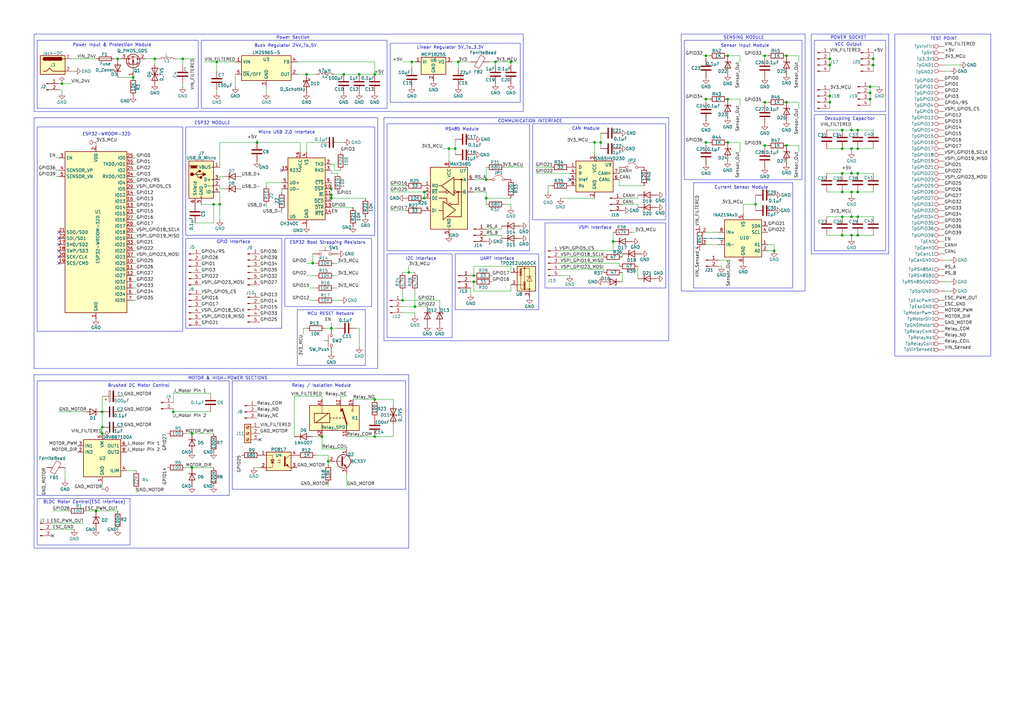
<source format=kicad_sch>
(kicad_sch (version 20250114) (generator "eeschema") (generator_version "9.0")
  (paper "A3")
  (title_block (title "Solar Cleaning Robot PCB Design") (company "Bentork Industries LLP") (comment 1 "Made by: Hritik Gautam"))
  (rectangle (start 13.97 13.97) (end 214.63 45.72))
  (rectangle (start 186.69 104.14) (end 220.98 127))
  (rectangle (start 160.02 17.78) (end 213.36 41.91))
  (rectangle (start 15.24 16.51) (end 81.28 44.45))
  (rectangle (start 15.24 204.47) (end 53.34 223.52))
  (rectangle (start 13.97 153.67) (end 167.64 224.79))
  (rectangle (start 116.84 97.79) (end 152.4 125.73))
  (rectangle (start 158.75 104.14) (end 185.42 138.43))
  (rectangle (start 121.92 127) (end 149.86 149.86))
  (rectangle (start 157.48 48.26) (end 274.32 139.7))
  (rectangle (start 334.01 46.99) (end 363.22 102.87))
  (rectangle (start 367.03 13.97) (end 406.4 146.05))
  (rectangle (start 284.48 74.93) (end 325.12 118.11))
  (rectangle (start 280.67 16.51) (end 328.93 73.66))
  (rectangle (start 334.01 16.51) (end 363.22 45.72))
  (rectangle (start 95.25 156.21) (end 166.37 200.66))
  (rectangle (start 218.44 50.8) (end 273.05 90.17))
  (rectangle (start 158.75 50.8) (end 217.17 102.87))
  (rectangle (start 76.2 97.79) (end 115.57 134.62))
  (rectangle (start 15.24 156.21) (end 93.98 203.2))
  (rectangle (start 13.97 48.26) (end 154.94 151.13))
  (rectangle (start 332.74 13.97) (end 364.49 104.14))
  (rectangle (start 223.52 91.44) (end 273.05 118.11))
  (rectangle (start 15.24 52.07) (end 74.93 135.89))
  (rectangle (start 82.55 16.51) (end 158.75 44.45))
  (rectangle (start 279.4 13.97) (end 330.2 119.38))
  (rectangle (start 76.2 52.07) (end 153.67 96.52))
  (text "RS485 Module" (at 189.484 53.086 0) (effects (font (size 1.27 1.27))))
  (text "COMMUNICATION INTERFACE" (at 217.424 49.784 0) (effects (font (size 1.27 1.27))))
  (text "Micro USB 2.0 Interface\n" (at 117.602 54.356 0) (effects (font (size 1.27 1.27))))
  (text "MCU RESET Network" (at 135.636 128.778 0) (effects (font (size 1.27 1.27))))
  (text "GPIO Interface" (at 95.758 99.314 0) (effects (font (size 1.27 1.27))))
  (text "UART Interface" (at 203.962 106.172 0) (effects (font (size 1.27 1.27))))
  (text "TEST POINT" (at 387.096 16.002 0) (effects (font (size 1.27 1.27))))
  (text "Power Section" (at 120.142 15.494 0) (effects (font (size 1.27 1.27))))
  (text "Linear Regulator 5V_To_3.3V" (at 184.658 19.558 0) (effects (font (size 1.27 1.27))))
  (text "SENSING MODULE" (at 305.054 15.494 0) (effects (font (size 1.27 1.27))))
  (text "Sensor Input Module" (at 305.562 18.796 0) (effects (font (size 1.27 1.27))))
  (text "BLDC Motor Control(ESC Interface)" (at 34.544 205.994 0) (effects (font (size 1.27 1.27))))
  (text "Relay / Isolation Module" (at 131.826 158.242 0) (effects (font (size 1.27 1.27))))
  (text "ESP32 MODULE" (at 87.122 50.546 0) (effects (font (size 1.27 1.27))))
  (text "VSPI Interface" (at 244.094 93.472 0) (effects (font (size 1.27 1.27))))
  (text "Buck Regulator 24V_To_5V" (at 117.094 18.796 0) (effects (font (size 1.27 1.27))))
  (text "VCC Output" (at 347.98 18.288 0) (effects (font (size 1.27 1.27))))
  (text "Decoupling Capacitor" (at 348.488 48.768 0) (effects (font (size 1.27 1.27))))
  (text "MOTOR & HIGH-POWER SECTIONS" (at 93.472 155.194 0) (effects (font (size 1.27 1.27))))
  (text "Current Sensor Module" (at 304.038 76.962 0) (effects (font (size 1.27 1.27))))
  (text "POWER SOCKET" (at 347.98 15.494 0) (effects (font (size 1.27 1.27))))
  (text "CAN Module" (at 240.284 52.832 0) (effects (font (size 1.27 1.27))))
  (text "ESP32-WROOM-32D" (at 43.688 55.118 0) (effects (font (size 1.27 1.27))))
  (text "Power Input & Protection Module" (at 45.974 18.542 0) (effects (font (size 1.27 1.27))))
  (text "Brushed DC Motor Control" (at 56.896 158.242 0) (effects (font (size 1.27 1.27))))
  (text "ESP32 Boot Strapping Resistors" (at 134.366 99.568 0) (effects (font (size 1.27 1.27))))
  (text "I2C Interface" (at 172.72 106.172 0) (effects (font (size 1.27 1.27))))
  (junction (at 349.25 88.9))
  (junction (at 184.15 60.96))
  (junction (at 322.58 22.86))
  (junction (at 74.93 24.13))
  (junction (at 289.56 40.64))
  (junction (at 199.39 73.66))
  (junction (at 356.87 38.1))
  (junction (at 351.79 96.52))
  (junction (at 87.63 83.82))
  (junction (at 351.79 60.96))
  (junction (at 340.36 26.67))
  (junction (at 322.58 41.91))
  (junction (at 298.45 22.86))
  (junction (at 246.38 58.42))
  (junction (at 349.25 78.74))
  (junction (at 125.73 30.48))
  (junction (at 168.91 25.4))
  (junction (at 317.5 102.87))
  (junction (at 186.69 60.96))
  (junction (at 356.87 35.56))
  (junction (at 309.88 83.82))
  (junction (at 340.36 24.13))
  (junction (at 187.96 25.4))
  (junction (at 313.69 59.69))
  (junction (at 349.25 53.34))
  (junction (at 345.44 53.34))
  (junction (at 345.44 96.52))
  (junction (at 313.69 22.86))
  (junction (at 243.84 58.42))
  (junction (at 134.62 189.23))
  (junction (at 132.08 179.07))
  (junction (at 345.44 78.74))
  (junction (at 153.67 163.83))
  (junction (at 54.61 31.75))
  (junction (at 194.31 115.57))
  (junction (at 199.39 81.28))
  (junction (at 298.45 40.64))
  (junction (at 41.91 177.8))
  (junction (at 147.32 30.48))
  (junction (at 345.44 71.12))
  (junction (at 298.45 58.42))
  (junction (at 351.79 53.34))
  (junction (at 135.89 81.28))
  (junction (at 105.41 58.42))
  (junction (at 313.69 41.91))
  (junction (at 135.89 134.62))
  (junction (at 351.79 71.12))
  (junction (at 78.74 177.8))
  (junction (at 140.97 30.48))
  (junction (at 351.79 78.74))
  (junction (at 170.18 125.73))
  (junction (at 39.37 209.55))
  (junction (at 345.44 88.9))
  (junction (at 351.79 88.9))
  (junction (at 165.1 123.19))
  (junction (at 78.74 191.77))
  (junction (at 209.55 25.4))
  (junction (at 25.4 34.29))
  (junction (at 322.58 59.69))
  (junction (at 90.17 83.82))
  (junction (at 349.25 71.12))
  (junction (at 356.87 40.64))
  (junction (at 289.56 58.42))
  (junction (at 349.25 96.52))
  (junction (at 135.89 80.01))
  (junction (at 135.89 77.47))
  (junction (at 340.36 39.37))
  (junction (at 153.67 30.48))
  (junction (at 349.25 60.96))
  (junction (at 251.46 99.06))
  (junction (at 88.9 25.4))
  (junction (at 358.14 26.67))
  (junction (at 194.31 113.03))
  (junction (at 203.2 25.4))
  (junction (at 71.12 168.91))
  (junction (at 173.99 81.28))
  (junction (at 48.26 24.13))
  (junction (at 358.14 24.13))
  (junction (at 41.91 175.26))
  (junction (at 128.27 107.95))
  (junction (at 167.64 111.76))
  (junction (at 173.99 78.74))
  (junction (at 63.5 24.13))
  (junction (at 41.91 168.91))
  (junction (at 289.56 22.86))
  (junction (at 153.67 179.07))
  (junction (at 345.44 60.96))
  (junction (at 340.36 41.91))
  (no_connect (at 24.13 100.33))
  (no_connect (at 106.68 180.34))
  (no_connect (at 115.57 69.85))
  (no_connect (at 233.68 73.66))
  (no_connect (at 24.13 95.25))
  (no_connect (at 21.59 219.71))
  (no_connect (at 24.13 107.95))
  (no_connect (at 24.13 102.87))
  (no_connect (at 24.13 105.41))
  (no_connect (at 24.13 97.79))
  (wire (pts (xy 127 118.11) (xy 129.54 118.11)))
  (wire (pts (xy 207.01 83.82) (xy 209.55 83.82)))
  (wire (pts (xy 251.46 99.06) (xy 251.46 102.87)))
  (wire (pts (xy 327.66 25.4) (xy 327.66 22.86)))
  (wire (pts (xy 313.69 41.91) (xy 313.69 43.18)))
  (wire (pts (xy 29.21 29.21) (xy 30.48 29.21)))
  (wire (pts (xy 340.36 24.13) (xy 340.36 26.67)))
  (wire (pts (xy 224.79 76.2) (xy 224.79 78.74)))
  (wire (pts (xy 205.74 97.79) (xy 205.74 96.52)))
  (wire (pts (xy 194.31 109.22) (xy 194.31 113.03)))
  (wire (pts (xy 229.87 110.49) (xy 247.65 110.49)))
  (wire (pts (xy 209.55 25.4) (xy 209.55 26.67)))
  (wire (pts (xy 168.91 25.4) (xy 168.91 27.94)))
  (wire (pts (xy 209.55 119.38) (xy 194.31 119.38)))
  (wire (pts (xy 351.79 60.96) (xy 358.14 60.96)))
  (wire (pts (xy 288.29 40.64) (xy 289.56 40.64)))
  (wire (pts (xy 254 68.58) (xy 254 71.12)))
  (wire (pts (xy 88.9 25.4) (xy 88.9 29.21)))
  (wire (pts (xy 349.25 96.52) (xy 351.79 96.52)))
  (wire (pts (xy 147.32 134.62) (xy 146.05 134.62)))
  (wire (pts (xy 255.27 81.28) (xy 261.62 81.28)))
  (wire (pts (xy 139.7 162.56) (xy 139.7 163.83)))
  (wire (pts (xy 78.74 177.8) (xy 76.2 177.8)))
  (wire (pts (xy 247.65 110.49) (xy 247.65 111.76)))
  (wire (pts (xy 55.88 201.93) (xy 55.88 200.66)))
  (wire (pts (xy 88.9 25.4) (xy 96.52 25.4)))
  (wire (pts (xy 303.53 43.18) (xy 303.53 40.64)))
  (wire (pts (xy 345.44 88.9) (xy 349.25 88.9)))
  (wire (pts (xy 203.2 25.4) (xy 203.2 26.67)))
  (wire (pts (xy 21.59 217.17) (xy 30.48 217.17)))
  (wire (pts (xy 304.8 83.82) (xy 309.88 83.82)))
  (wire (pts (xy 389.89 29.21) (xy 387.35 29.21)))
  (wire (pts (xy 165.1 25.4) (xy 168.91 25.4)))
  (wire (pts (xy 309.88 80.01) (xy 309.88 83.82)))
  (wire (pts (xy 87.63 91.44) (xy 87.63 83.82)))
  (wire (pts (xy 261.62 80.01) (xy 261.62 81.28)))
  (wire (pts (xy 340.36 39.37) (xy 340.36 41.91)))
  (wire (pts (xy 74.93 35.56) (xy 74.93 34.29)))
  (wire (pts (xy 55.88 105.41) (xy 54.61 105.41)))
  (wire (pts (xy 209.55 25.4) (xy 212.09 25.4)))
  (wire (pts (xy 327.66 22.86) (xy 322.58 22.86)))
  (wire (pts (xy 142.24 179.07) (xy 153.67 179.07)))
  (wire (pts (xy 137.16 107.95) (xy 138.43 107.95)))
  (wire (pts (xy 229.87 113.03) (xy 233.68 113.03)))
  (wire (pts (xy 170.18 129.54) (xy 170.18 128.27)))
  (wire (pts (xy 327.66 41.91) (xy 322.58 41.91)))
  (wire (pts (xy 229.87 102.87) (xy 251.46 102.87)))
  (wire (pts (xy 115.57 74.93) (xy 109.22 74.93)))
  (wire (pts (xy 209.55 81.28) (xy 199.39 81.28)))
  (wire (pts (xy 123.19 58.42) (xy 105.41 58.42)))
  (wire (pts (xy 124.46 137.16) (xy 124.46 134.62)))
  (wire (pts (xy 90.17 58.42) (xy 105.41 58.42)))
  (wire (pts (xy 184.15 60.96) (xy 184.15 66.04)))
  (wire (pts (xy 345.44 53.34) (xy 349.25 53.34)))
  (wire (pts (xy 349.25 80.01) (xy 349.25 78.74)))
  (wire (pts (xy 96.52 30.48) (xy 96.52 35.56)))
  (wire (pts (xy 289.56 58.42) (xy 289.56 59.69)))
  (wire (pts (xy 313.69 59.69) (xy 314.96 59.69)))
  (wire (pts (xy 173.99 78.74) (xy 173.99 81.28)))
  (wire (pts (xy 25.4 34.29) (xy 29.21 34.29)))
  (wire (pts (xy 125.73 107.95) (xy 128.27 107.95)))
  (wire (pts (xy 135.89 134.62) (xy 138.43 134.62)))
  (wire (pts (xy 304.8 83.82) (xy 304.8 87.63)))
  (wire (pts (xy 345.44 78.74) (xy 349.25 78.74)))
  (wire (pts (xy 356.87 40.64) (xy 356.87 43.18)))
  (wire (pts (xy 160.02 78.74) (xy 173.99 78.74)))
  (wire (pts (xy 71.12 167.64) (xy 71.12 168.91)))
  (wire (pts (xy 168.91 25.4) (xy 170.18 25.4)))
  (wire (pts (xy 137.16 30.48) (xy 140.97 30.48)))
  (wire (pts (xy 39.37 58.42) (xy 39.37 59.69)))
  (wire (pts (xy 128.27 107.95) (xy 129.54 107.95)))
  (wire (pts (xy 121.92 25.4) (xy 153.67 25.4)))
  (wire (pts (xy 54.61 72.39) (xy 55.88 72.39)))
  (wire (pts (xy 289.56 40.64) (xy 289.56 41.91)))
  (wire (pts (xy 25.4 38.1) (xy 25.4 36.83)))
  (wire (pts (xy 389.89 119.38) (xy 387.35 119.38)))
  (wire (pts (xy 90.17 83.82) (xy 90.17 90.17)))
  (wire (pts (xy 90.17 83.82) (xy 87.63 83.82)))
  (wire (pts (xy 389.89 115.57) (xy 387.35 115.57)))
  (wire (pts (xy 351.79 88.9) (xy 358.14 88.9)))
  (wire (pts (xy 200.66 25.4) (xy 203.2 25.4)))
  (wire (pts (xy 135.89 71.12) (xy 138.43 71.12)))
  (wire (pts (xy 339.09 71.12) (xy 345.44 71.12)))
  (wire (pts (xy 134.62 186.69) (xy 134.62 189.23)))
  (wire (pts (xy 71.12 161.29) (xy 86.36 161.29)))
  (wire (pts (xy 115.57 77.47) (xy 115.57 78.74)))
  (wire (pts (xy 226.06 76.2) (xy 224.79 76.2)))
  (wire (pts (xy 24.13 34.29) (xy 25.4 34.29)))
  (wire (pts (xy 50.8 168.91) (xy 49.53 168.91)))
  (wire (pts (xy 137.16 113.03) (xy 138.43 113.03)))
  (wire (pts (xy 261.62 85.09) (xy 261.62 83.82)))
  (wire (pts (xy 50.8 162.56) (xy 49.53 162.56)))
  (wire (pts (xy 303.53 25.4) (xy 303.53 22.86)))
  (wire (pts (xy 55.88 85.09) (xy 54.61 85.09)))
  (wire (pts (xy 303.53 40.64) (xy 298.45 40.64)))
  (wire (pts (xy 345.44 96.52) (xy 349.25 96.52)))
  (wire (pts (xy 327.66 62.23) (xy 327.66 59.69)))
  (wire (pts (xy 115.57 87.63) (xy 115.57 86.36)))
  (wire (pts (xy 345.44 71.12) (xy 349.25 71.12)))
  (wire (pts (xy 134.62 199.39) (xy 134.62 198.12)))
  (wire (pts (xy 52.07 193.04) (xy 55.88 193.04)))
  (wire (pts (xy 149.86 81.28) (xy 135.89 81.28)))
  (wire (pts (xy 55.88 97.79) (xy 54.61 97.79)))
  (wire (pts (xy 289.56 40.64) (xy 290.83 40.64)))
  (wire (pts (xy 165.1 111.76) (xy 167.64 111.76)))
  (wire (pts (xy 243.84 58.42) (xy 246.38 58.42)))
  (wire (pts (xy 199.39 78.74) (xy 199.39 81.28)))
  (wire (pts (xy 90.17 77.47) (xy 91.44 77.47)))
  (wire (pts (xy 229.87 105.41) (xy 247.65 105.41)))
  (wire (pts (xy 255.27 83.82) (xy 261.62 83.82)))
  (wire (pts (xy 120.65 179.07) (xy 120.65 162.56)))
  (wire (pts (xy 349.25 53.34) (xy 351.79 53.34)))
  (wire (pts (xy 339.09 96.52) (xy 345.44 96.52)))
  (wire (pts (xy 199.39 73.66) (xy 194.31 73.66)))
  (wire (pts (xy 313.69 22.86) (xy 314.96 22.86)))
  (wire (pts (xy 55.88 113.03) (xy 54.61 113.03)))
  (wire (pts (xy 109.22 74.93) (xy 109.22 76.2)))
  (wire (pts (xy 167.64 109.22) (xy 167.64 111.76)))
  (wire (pts (xy 55.88 95.25) (xy 54.61 95.25)))
  (wire (pts (xy 142.24 162.56) (xy 139.7 162.56)))
  (wire (pts (xy 356.87 38.1) (xy 356.87 40.64)))
  (wire (pts (xy 170.18 128.27) (xy 165.1 128.27)))
  (wire (pts (xy 127 123.19) (xy 129.54 123.19)))
  (wire (pts (xy 187.96 25.4) (xy 185.42 25.4)))
  (wire (pts (xy 71.12 161.29) (xy 71.12 165.1)))
  (wire (pts (xy 165.1 119.38) (xy 165.1 123.19)))
  (wire (pts (xy 133.35 134.62) (xy 135.89 134.62)))
  (wire (pts (xy 55.88 115.57) (xy 54.61 115.57)))
  (wire (pts (xy 314.96 102.87) (xy 317.5 102.87)))
  (wire (pts (xy 153.67 25.4) (xy 153.67 30.48)))
  (wire (pts (xy 261.62 109.22) (xy 261.62 114.3)))
  (wire (pts (xy 219.71 71.12) (xy 233.68 71.12)))
  (wire (pts (xy 199.39 68.58) (xy 199.39 73.66)))
  (wire (pts (xy 241.3 58.42) (xy 243.84 58.42)))
  (wire (pts (xy 199.39 81.28) (xy 199.39 83.82)))
  (wire (pts (xy 254 76.2) (xy 264.16 76.2)))
  (wire (pts (xy 22.86 69.85) (xy 24.13 69.85)))
  (wire (pts (xy 71.12 168.91) (xy 71.12 171.45)))
  (wire (pts (xy 90.17 78.74) (xy 90.17 83.82)))
  (wire (pts (xy 161.29 163.83) (xy 153.67 163.83)))
  (wire (pts (xy 229.87 107.95) (xy 254 107.95)))
  (wire (pts (xy 125.73 113.03) (xy 129.54 113.03)))
  (wire (pts (xy 299.72 106.68) (xy 294.64 106.68)))
  (wire (pts (xy 255.27 104.14) (xy 255.27 105.41)))
  (wire (pts (xy 125.73 62.23) (xy 125.73 58.42)))
  (wire (pts (xy 55.88 82.55) (xy 54.61 82.55)))
  (wire (pts (xy 147.32 30.48) (xy 153.67 30.48)))
  (wire (pts (xy 193.04 118.11) (xy 193.04 120.65)))
  (wire (pts (xy 55.88 100.33) (xy 54.61 100.33)))
  (wire (pts (xy 387.35 106.68) (xy 389.89 106.68)))
  (wire (pts (xy 199.39 96.52) (xy 205.74 96.52)))
  (wire (pts (xy 135.89 71.12) (xy 135.89 69.85)))
  (wire (pts (xy 125.73 58.42) (xy 132.08 58.42)))
  (wire (pts (xy 74.93 24.13) (xy 80.01 24.13)))
  (wire (pts (xy 356.87 35.56) (xy 360.68 35.56)))
  (wire (pts (xy 340.36 26.67) (xy 340.36 29.21)))
  (wire (pts (xy 170.18 119.38) (xy 170.18 125.73)))
  (wire (pts (xy 90.17 68.58) (xy 90.17 58.42)))
  (wire (pts (xy 339.09 53.34) (xy 345.44 53.34)))
  (wire (pts (xy 289.56 100.33) (xy 294.64 100.33)))
  (wire (pts (xy 153.67 30.48) (xy 157.48 30.48)))
  (wire (pts (xy 209.55 109.22) (xy 194.31 109.22)))
  (wire (pts (xy 55.88 110.49) (xy 54.61 110.49)))
  (wire (pts (xy 87.63 177.8) (xy 78.74 177.8)))
  (wire (pts (xy 209.55 83.82) (xy 209.55 85.09)))
  (wire (pts (xy 128.27 179.07) (xy 132.08 179.07)))
  (wire (pts (xy 246.38 58.42) (xy 246.38 60.96)))
  (wire (pts (xy 87.63 83.82) (xy 82.55 83.82)))
  (wire (pts (xy 349.25 88.9) (xy 351.79 88.9)))
  (wire (pts (xy 255.27 111.76) (xy 255.27 115.57)))
  (wire (pts (xy 55.88 120.65) (xy 54.61 120.65)))
  (wire (pts (xy 313.69 59.69) (xy 313.69 60.96)))
  (wire (pts (xy 26.67 191.77) (xy 26.67 196.85)))
  (wire (pts (xy 209.55 116.84) (xy 209.55 119.38)))
  (wire (pts (xy 358.14 26.67) (xy 358.14 29.21)))
  (wire (pts (xy 41.91 162.56) (xy 41.91 168.91)))
  (wire (pts (xy 41.91 168.91) (xy 41.91 175.26)))
  (wire (pts (xy 121.92 30.48) (xy 125.73 30.48)))
  (wire (pts (xy 80.01 91.44) (xy 87.63 91.44)))
  (wire (pts (xy 349.25 71.12) (xy 351.79 71.12)))
  (wire (pts (xy 59.69 24.13) (xy 63.5 24.13)))
  (wire (pts (xy 41.91 198.12) (xy 41.91 200.66)))
  (wire (pts (xy 63.5 24.13) (xy 63.5 26.67)))
  (wire (pts (xy 132.08 162.56) (xy 132.08 163.83)))
  (wire (pts (xy 294.64 109.22) (xy 295.91 109.22)))
  (wire (pts (xy 254 109.22) (xy 254 107.95)))
  (wire (pts (xy 29.21 24.13) (xy 39.37 24.13)))
  (wire (pts (xy 289.56 95.25) (xy 294.64 95.25)))
  (wire (pts (xy 351.79 96.52) (xy 358.14 96.52)))
  (wire (pts (xy 199.39 93.98) (xy 205.74 93.98)))
  (wire (pts (xy 144.78 163.83) (xy 153.67 163.83)))
  (wire (pts (xy 135.89 132.08) (xy 135.89 134.62)))
  (wire (pts (xy 288.29 22.86) (xy 289.56 22.86)))
  (wire (pts (xy 194.31 115.57) (xy 193.04 115.57)))
  (wire (pts (xy 303.53 58.42) (xy 298.45 58.42)))
  (wire (pts (xy 55.88 77.47) (xy 54.61 77.47)))
  (wire (pts (xy 54.61 67.31) (xy 55.88 67.31)))
  (wire (pts (xy 24.13 168.91) (xy 34.29 168.91)))
  (wire (pts (xy 22.86 72.39) (xy 24.13 72.39)))
  (wire (pts (xy 55.88 90.17) (xy 54.61 90.17)))
  (wire (pts (xy 170.18 125.73) (xy 165.1 125.73)))
  (wire (pts (xy 135.89 77.47) (xy 135.89 80.01)))
  (wire (pts (xy 48.26 24.13) (xy 49.53 24.13)))
  (wire (pts (xy 209.55 111.76) (xy 209.55 109.22)))
  (wire (pts (xy 129.54 186.69) (xy 134.62 186.69)))
  (wire (pts (xy 55.88 80.01) (xy 54.61 80.01)))
  (wire (pts (xy 161.29 166.37) (xy 161.29 163.83)))
  (wire (pts (xy 312.42 22.86) (xy 313.69 22.86)))
  (wire (pts (xy 55.88 102.87) (xy 54.61 102.87)))
  (wire (pts (xy 349.25 52.07) (xy 349.25 53.34)))
  (wire (pts (xy 125.73 30.48) (xy 129.54 30.48)))
  (wire (pts (xy 289.56 22.86) (xy 290.83 22.86)))
  (wire (pts (xy 254 73.66) (xy 254 76.2)))
  (wire (pts (xy 351.79 53.34) (xy 358.14 53.34)))
  (wire (pts (xy 340.36 21.59) (xy 340.36 24.13)))
  (wire (pts (xy 91.44 72.39) (xy 90.17 72.39)))
  (wire (pts (xy 205.74 92.71) (xy 205.74 93.98)))
  (wire (pts (xy 88.9 38.1) (xy 88.9 36.83)))
  (wire (pts (xy 140.97 30.48) (xy 147.32 30.48)))
  (wire (pts (xy 55.88 64.77) (xy 54.61 64.77)))
  (wire (pts (xy 340.36 41.91) (xy 340.36 44.45)))
  (wire (pts (xy 50.8 175.26) (xy 49.53 175.26)))
  (wire (pts (xy 327.66 44.45) (xy 327.66 41.91)))
  (wire (pts (xy 181.61 60.96) (xy 184.15 60.96)))
  (wire (pts (xy 41.91 175.26) (xy 41.91 177.8)))
  (wire (pts (xy 90.17 76.2) (xy 90.17 77.47)))
  (wire (pts (xy 124.46 134.62) (xy 125.73 134.62)))
  (wire (pts (xy 219.71 68.58) (xy 226.06 68.58)))
  (wire (pts (xy 314.96 100.33) (xy 317.5 100.33)))
  (wire (pts (xy 339.09 60.96) (xy 345.44 60.96)))
  (wire (pts (xy 161.29 173.99) (xy 161.29 179.07)))
  (wire (pts (xy 186.69 57.15) (xy 186.69 60.96)))
  (wire (pts (xy 167.64 111.76) (xy 170.18 111.76)))
  (wire (pts (xy 87.63 191.77) (xy 78.74 191.77)))
  (wire (pts (xy 229.87 81.28) (xy 243.84 81.28)))
  (wire (pts (xy 288.29 58.42) (xy 289.56 58.42)))
  (wire (pts (xy 339.09 88.9) (xy 345.44 88.9)))
  (wire (pts (xy 140.97 58.42) (xy 139.7 58.42)))
  (wire (pts (xy 194.31 119.38) (xy 194.31 115.57)))
  (wire (pts (xy 356.87 35.56) (xy 356.87 38.1)))
  (wire (pts (xy 246.38 54.61) (xy 246.38 58.42)))
  (wire (pts (xy 72.39 24.13) (xy 74.93 24.13)))
  (wire (pts (xy 243.84 63.5) (xy 243.84 58.42)))
  (wire (pts (xy 340.36 36.83) (xy 340.36 39.37)))
  (wire (pts (xy 349.25 62.23) (xy 349.25 60.96)))
  (wire (pts (xy 187.96 25.4) (xy 187.96 27.94)))
  (wire (pts (xy 137.16 69.85) (xy 139.7 69.85)))
  (wire (pts (xy 147.32 134.62) (xy 147.32 142.24)))
  (wire (pts (xy 104.14 191.77) (xy 106.68 191.77)))
  (wire (pts (xy 55.88 107.95) (xy 54.61 107.95)))
  (wire (pts (xy 313.69 41.91) (xy 314.96 41.91)))
  (wire (pts (xy 21.59 209.55) (xy 27.94 209.55)))
  (wire (pts (xy 74.93 24.13) (xy 74.93 26.67)))
  (wire (pts (xy 135.89 80.01) (xy 135.89 81.28)))
  (wire (pts (xy 46.99 24.13) (xy 48.26 24.13)))
  (wire (pts (xy 289.56 22.86) (xy 289.56 24.13)))
  (wire (pts (xy 260.35 95.25) (xy 259.08 95.25)))
  (wire (pts (xy 160.02 86.36) (xy 166.37 86.36)))
  (wire (pts (xy 349.25 78.74) (xy 351.79 78.74)))
  (wire (pts (xy 55.88 87.63) (xy 54.61 87.63)))
  (wire (pts (xy 161.29 179.07) (xy 153.67 179.07)))
  (wire (pts (xy 135.89 74.93) (xy 135.89 77.47)))
  (wire (pts (xy 90.17 72.39) (xy 90.17 73.66)))
  (wire (pts (xy 55.88 74.93) (xy 54.61 74.93)))
  (wire (pts (xy 63.5 24.13) (xy 64.77 24.13)))
  (wire (pts (xy 203.2 25.4) (xy 209.55 25.4)))
  (wire (pts (xy 180.34 125.73) (xy 180.34 123.19)))
  (wire (pts (xy 303.53 62.23) (xy 303.53 58.42)))
  (wire (pts (xy 55.88 123.19) (xy 54.61 123.19)))
  (wire (pts (xy 109.22 85.09) (xy 109.22 83.82)))
  (wire (pts (xy 349.25 69.85) (xy 349.25 71.12)))
  (wire (pts (xy 251.46 95.25) (xy 251.46 99.06)))
  (wire (pts (xy 309.88 83.82) (xy 309.88 86.36)))
  (wire (pts (xy 137.16 118.11) (xy 138.43 118.11)))
  (wire (pts (xy 351.79 78.74) (xy 358.14 78.74)))
  (wire (pts (xy 86.36 168.91) (xy 71.12 168.91)))
  (wire (pts (xy 142.24 194.31) (xy 142.24 199.39)))
  (wire (pts (xy 39.37 209.55) (xy 48.26 209.55)))
  (wire (pts (xy 312.42 59.69) (xy 313.69 59.69)))
  (wire (pts (xy 313.69 22.86) (xy 313.69 24.13)))
  (wire (pts (xy 165.1 123.19) (xy 180.34 123.19)))
  (wire (pts (xy 345.44 60.96) (xy 349.25 60.96)))
  (wire (pts (xy 199.39 78.74) (xy 194.31 78.74)))
  (wire (pts (xy 120.65 162.56) (xy 132.08 162.56)))
  (wire (pts (xy 312.42 41.91) (xy 313.69 41.91)))
  (wire (pts (xy 22.86 64.77) (xy 24.13 64.77)))
  (wire (pts (xy 358.14 24.13) (xy 358.14 26.67)))
  (wire (pts (xy 184.15 60.96) (xy 186.69 60.96)))
  (wire (pts (xy 137.16 123.19) (xy 139.7 123.19)))
  (wire (pts (xy 393.7 26.67) (xy 387.35 26.67)))
  (wire (pts (xy 76.2 191.77) (xy 78.74 191.77)))
  (wire (pts (xy 123.19 58.42) (xy 123.19 62.23)))
  (wire (pts (xy 351.79 71.12) (xy 358.14 71.12)))
  (wire (pts (xy 55.88 69.85) (xy 54.61 69.85)))
  (wire (pts (xy 303.53 22.86) (xy 298.45 22.86)))
  (wire (pts (xy 134.62 189.23) (xy 134.62 190.5)))
  (wire (pts (xy 194.31 113.03) (xy 193.04 113.03)))
  (wire (pts (xy 105.41 57.15) (xy 105.41 58.42)))
  (wire (pts (xy 214.63 68.58) (xy 207.01 68.58)))
  (wire (pts (xy 132.08 179.07) (xy 132.08 184.15)))
  (wire (pts (xy 83.82 25.4) (xy 88.9 25.4)))
  (wire (pts (xy 135.89 81.28) (xy 135.89 82.55)))
  (wire (pts (xy 327.66 59.69) (xy 322.58 59.69)))
  (wire (pts (xy 349.25 87.63) (xy 349.25 88.9)))
  (wire (pts (xy 289.56 58.42) (xy 290.83 58.42)))
  (wire (pts (xy 109.22 35.56) (xy 109.22 38.1)))
  (wire (pts (xy 160.02 76.2) (xy 166.37 76.2)))
  (wire (pts (xy 34.29 214.63) (xy 21.59 214.63)))
  (wire (pts (xy 170.18 125.73) (xy 175.26 125.73)))
  (wire (pts (xy 349.25 60.96) (xy 351.79 60.96)))
  (wire (pts (xy 135.89 85.09) (xy 144.78 85.09)))
  (wire (pts (xy 55.88 118.11) (xy 54.61 118.11)))
  (wire (pts (xy 187.96 25.4) (xy 193.04 25.4)))
  (wire (pts (xy 142.24 184.15) (xy 132.08 184.15)))
  (wire (pts (xy 137.16 67.31) (xy 137.16 69.85)))
  (wire (pts (xy 25.4 36.83) (xy 24.13 36.83)))
  (wire (pts (xy 358.14 21.59) (xy 358.14 24.13)))
  (wire (pts (xy 317.5 100.33) (xy 317.5 102.87)))
  (wire (pts (xy 55.88 92.71) (xy 54.61 92.71)))
  (wire (pts (xy 138.43 80.01) (xy 138.43 78.74)))
  (wire (pts (xy 186.69 60.96) (xy 186.69 63.5)))
  (wire (pts (xy 349.25 97.79) (xy 349.25 96.52)))
  (wire (pts (xy 48.26 31.75) (xy 54.61 31.75)))
  (wire (pts (xy 339.09 78.74) (xy 345.44 78.74)))
  (wire (pts (xy 39.37 209.55) (xy 35.56 209.55)))
  (wire (pts (xy 135.89 67.31) (xy 137.16 67.31)))
  (wire (pts (xy 128.27 104.14) (xy 128.27 107.95)))
  (label "VIN_FILTERED" (at 132.08 162.56 180))
  (label "GPIO25" (at 160.02 78.74 0))
  (label "CANH" (at 255.27 81.28 0))
  (label "VSPI_GPIO19_MISO" (at 247.65 107.95 180))
  (label "GPIO17" (at 201.93 113.03 0))
  (label "Relay_COIL" (at 387.35 140.97 0))
  (label "GPIO13" (at 55.88 82.55 0))
  (label "GPIO17" (at 55.88 92.71 0))
  (label "MOTOR_DIR" (at 31.75 185.42 180))
  (label "USB_D+" (at 99.06 72.39 0))
  (label "VIN_FILTERED" (at 106.68 175.26 0))
  (label "GND_MOTOR" (at 50.8 168.91 0))
  (label "Sensor_Out" (at 327.66 62.23 270))
  (label "VSPI_GPIO23_MOSI" (at 82.55 116.84 0))
  (label "GPIO15" (at 127 118.11 180))
  (label "GPIO33" (at 387.35 86.36 0))
  (label "Relay_COM" (at 142.24 179.07 0))
  (label "GPIO25" (at 55.88 107.95 0))
  (label "GPIO16" (at 160.02 76.2 0))
  (label "Sensor_Out" (at 303.53 25.4 270))
  (label "GPIO25" (at 387.35 76.2 0))
  (label "GPIO33" (at 55.88 118.11 0))
  (label "GPIO35" (at 312.42 41.91 180))
  (label "J_Motor Pin 2" (at 52.07 185.42 0))
  (label "GPIO14" (at 106.68 124.46 0))
  (label "GPIO36" (at 106.68 104.14 0))
  (label "GPIO36" (at 387.35 93.98 0))
  (label "VIN_FILTERED" (at 287.02 92.71 90))
  (label "GND_MOTOR" (at 50.8 162.56 0))
  (label "+5V" (at 105.41 57.15 180))
  (label "+5V" (at 157.48 30.48 180))
  (label "GPIO21" (at 314.96 92.71 0))
  (label "GPIO17" (at 160.02 86.36 0))
  (label "GPIO2" (at 387.35 38.1 0))
  (label "ESC_PWM_OUT" (at 34.29 214.63 180))
  (label "RS_A" (at 387.35 110.49 0))
  (label "GPIO13" (at 387.35 50.8 0))
  (label "GPIO39" (at 106.68 106.68 0))
  (label "3V3_MCU" (at 138.43 107.95 0))
  (label "GPIO16" (at 82.55 123.19 0))
  (label "ESC_PWM_OUT" (at 48.26 209.55 180))
  (label "Relay_NO" (at 387.35 138.43 0))
  (label "GPIO39" (at 312.42 59.69 180))
  (label "GND_MOTOR" (at 106.68 177.8 0))
  (label "GPIO21" (at 219.71 68.58 0))
  (label "VIN_FILTERED" (at 340.36 21.59 0))
  (label "GPIO1" (at 138.43 80.01 0))
  (label "VSPI_GPIO18_SCLK" (at 55.88 95.25 0))
  (label "GPIO4{slash}RS" (at 387.35 43.18 0))
  (label "CANH" (at 387.35 101.6 0))
  (label "GPIO14" (at 55.88 85.09 0))
  (label "GPIO34" (at 288.29 40.64 180))
  (label "GPIO32" (at 387.35 83.82 0))
  (label "CANL" (at 254 73.66 0))
  (label "RS_A" (at 199.39 73.66 180))
  (label "Relay_COM" (at 387.35 135.89 0))
  (label "GPIO3" (at 55.88 72.39 0))
  (label "MOTOR_PWM" (at 387.35 128.27 0))
  (label "VSPI_GPIO23_MOSI" (at 387.35 73.66 0))
  (label "GND_MOTOR" (at 134.62 199.39 180))
  (label "GPIO3" (at 82.55 111.76 0))
  (label "GPIO3" (at 139.7 62.23 0))
  (label "VIN_24V" (at 29.21 34.29 0))
  (label "GPIO34" (at 387.35 88.9 0))
  (label "GPIO12" (at 387.35 48.26 0))
  (label "GPIO21" (at 55.88 100.33 0))
  (label "GPIO14" (at 387.35 53.34 0))
  (label "GPIO32" (at 106.68 114.3 0))
  (label "RS_B" (at 199.39 96.52 0))
  (label "3V3_MCU" (at 138.43 113.03 0))
  (label "GPIO22" (at 82.55 114.3 0))
  (label "GPIO39" (at 22.86 72.39 180))
  (label "GPIO15" (at 55.88 87.63 0))
  (label "GPIO36" (at 288.29 58.42 180))
  (label "Sensor_Out" (at 327.66 25.4 270))
  (label "EN" (at 135.89 132.08 180))
  (label "3V3_MCU" (at 214.63 68.58 180))
  (label "RS_A" (at 199.39 93.98 0))
  (label "VSPI_GPIO23_MOSI" (at 55.88 105.41 0))
  (label "VSPI_GPIO23_MOSI" (at 229.87 110.49 0))
  (label "3V3_MCU" (at 124.46 137.16 270))
  (label "Sensor_Out" (at 303.53 62.23 270))
  (label "GPIO16" (at 201.93 115.57 0))
  (label "GPIO12" (at 127 123.19 180))
  (label "GPIO27" (at 55.88 113.03 0))
  (label "CANL" (at 255.27 83.82 0))
  (label "Relay_COIL" (at 132.08 184.15 0))
  (label "GPIO16" (at 55.88 90.17 0))
  (label "GPIO22" (at 171.45 125.73 0))
  (label "+5V" (at 349.25 69.85 180))
  (label "3V3_MCU" (at 260.35 95.25 0))
  (label "GPIO27" (at 106.68 116.84 0))
  (label "GPIO26" (at 82.55 106.68 0))
  (label "CANL" (at 387.35 104.14 0))
  (label "GPIO26" (at 55.88 110.49 0))
  (label "3V3" (at 187.96 25.4 0))
  (label "GPIO27" (at 387.35 81.28 0))
  (label "VIN_Sensed" (at 387.35 143.51 0))
  (label "ESC_PWM_OUT" (at 387.35 123.19 0))
  (label "ESC_GND" (at 21.59 217.17 0))
  (label "3V3_MCU" (at 138.43 118.11 0))
  (label "Relay_NO" (at 144.78 163.83 0))
  (label "RS_B" (at 387.35 113.03 0))
  (label "GPIO15" (at 387.35 55.88 0))
  (label "GPIO3" (at 387.35 40.64 0))
  (label "GPIO25" (at 106.68 132.08 0))
  (label "J_Motor Pin 1" (at 52.07 182.88 0))
  (label "GPIO36" (at 22.86 69.85 180))
  (label "VSPI_GPIO5_CS" (at 55.88 77.47 0))
  (label "GPIO1" (at 82.55 109.22 0))
  (label "GPIO22" (at 219.71 71.12 0))
  (label "GND_MOTOR" (at 50.8 175.26 0))
  (label "Sensor_Out" (at 303.53 43.18 270))
  (label "3V3_MCU" (at 39.37 58.42 0))
  (label "+5V" (at 165.1 25.4 180))
  (label "VSPI_GPIO18_SCLK" (at 387.35 63.5 0))
  (label "Relay_NC" (at 105.41 171.45 0))
  (label "3V3_MCU" (at 387.35 24.13 0))
  (label "3V3_MCU" (at 181.61 60.96 180))
  (label "GPIO21" (at 171.45 123.19 0))
  (label "GND_MOTOR" (at 19.05 191.77 270))
  (label "GPIO35" (at 106.68 111.76 0))
  (label "VIN_FILTERED" (at 83.82 25.4 0))
  (label "MOTOR_DIR" (at 76.2 191.77 0))
  (label "GPIO34" (at 55.88 120.65 0))
  (label "RS_B" (at 199.39 78.74 180))
  (label "GPIO33" (at 106.68 129.54 0))
  (label "GPIO21" (at 387.35 68.58 0))
  (label "VSPI_GPIO5_CS" (at 82.55 120.65 0))
  (label "GPIO22" (at 314.96 95.25 0))
  (label "VSPI_GPIO5_CS" (at 243.84 102.87 180))
  (label "MOTOR_DIR" (at 387.35 130.81 0))
  (label "GPIO2" (at 125.73 113.03 180))
  (label "GND_MOTOR" (at 55.88 201.93 0))
  (label "GPIO1" (at 387.35 35.56 0))
  (label "VIN_FILTERED" (at 41.91 177.8 180))
  (label "GPIO32" (at 288.29 22.86 180))
  (label "GND_MOTOR" (at 24.13 168.91 0))
  (label "GPIO14" (at 68.58 191.77 270))
  (label "MOTOR_PWM" (at 87.63 177.8 180))
  (label "USB_D+" (at 109.22 85.09 180))
  (label "+5V" (at 358.14 21.59 0))
  (label "GPIO22" (at 55.88 102.87 0))
  (label "GPIO12" (at 55.88 80.01 0))
  (label "GPIO26" (at 387.35 78.74 0))
  (label "USB_D-" (at 115.57 87.63 180))
  (label "GPIO27" (at 68.58 177.8 270))
  (label "3V3_MCU" (at 241.3 58.42 180))
  (label "GND_MOTOR" (at 121.92 191.77 0))
  (label "Sensor_Out" (at 299.72 106.68 270))
  (label "+5V" (at 387.35 21.59 0))
  (label "VSPI_GPIO18_SCLK" (at 229.87 105.41 0))
  (label "VSPI_GPIO5_CS" (at 387.35 45.72 0))
  (label "VSPI_GPIO19_MISO" (at 82.55 130.81 0))
  (label "GPIO13" (at 106.68 121.92 0))
  (label "EN" (at 22.86 64.77 180))
  (label "GPIO0" (at 135.89 85.09 0))
  (label "GPIO22" (at 387.35 71.12 0))
  (label "GND_MOTOR" (at 142.24 199.39 0))
  (label "GPIO0" (at 125.73 107.95 180))
  (label "GPIO16" (at 387.35 58.42 0))
  (label "Relay_COM" (at 105.41 166.37 0))
  (label "VSPI_GPIO19_MISO" (at 55.88 97.79 0))
  (label "GPIO35" (at 387.35 91.44 0))
  (label "GND_MOTOR" (at 387.35 133.35 0))
  (label "Sensor_Out" (at 327.66 44.45 270))
  (label "GPIO15" (at 106.68 127 0))
  (label "3V3_MCU" (at 212.09 25.4 180))
  (label "MOTOR_PWM" (at 31.75 182.88 180))
  (label "J_Motor Pin 2" (at 71.12 171.45 0))
  (label "VIN_Sensed" (at 287.02 102.87 270))
  (label "GPIO0" (at 55.88 64.77 0))
  (label "VIN_FILTERED" (at 349.25 52.07 180))
  (label "VIN_24V" (at 39.37 24.13 180))
  (label "GPIO34" (at 106.68 109.22 0))
  (label "Relay_NC" (at 142.24 162.56 180))
  (label "3V3_MCU" (at 304.8 83.82 180))
  (label "USB_D-" (at 99.06 77.47 0))
  (label "3V3_MCU" (at 340.36 36.83 0))
  (label "Relay_NO" (at 105.41 168.91 0))
  (label "GPIO21" (at 82.55 133.35 0))
  (label "GPIO17" (at 82.55 125.73 0))
  (label "VIN_FILTERED" (at 80.01 24.13 270))
  (label "VSPI_GPIO19_MISO" (at 387.35 66.04 0))
  (label "GPIO2" (at 55.88 69.85 0))
  (label "VIN_FILTERED" (at 387.35 19.05 0))
  (label "GPIO1" (at 55.88 67.31 0))
  (label "GPIO4{slash}RS" (at 55.88 74.93 0))
  (label "GPIO4{slash}RS" (at 82.55 104.14 0))
  (label "EN" (at 387.35 99.06 0))
  (label "GPIO25" (at 99.06 186.69 270))
  (label "GPIO0" (at 387.35 33.02 0))
  (label "CANH" (at 254 71.12 0))
  (label "EN" (at 135.89 87.63 0))
  (label "3V3_MCU" (at 167.64 109.22 0))
  (label "3V3_MCU" (at 349.25 87.63 180))
  (label "GPIO32" (at 55.88 115.57 0))
  (label "VSPI_GPIO18_SCLK" (at 82.55 128.27 0))
  (label "GND_MOTOR" (at 41.91 200.66 180))
  (label "GPIO35" (at 55.88 123.19 0))
  (label "ESC_GND" (at 387.35 125.73 0))
  (label "J_Motor Pin 1" (at 71.12 161.29 0))
  (label "GPIO17" (at 387.35 60.96 0))
  (label "GPIO33" (at 312.42 22.86 180))
  (label "GPIO26" (at 21.59 209.55 0))
  (label "GPIO39" (at 387.35 96.52 0))
  (symbol (lib_id "Connector:Screw_Terminal_01x03") (at 101.6 177.8 0) (mirror y) (unit 1)
    (property "Reference" "J11" (at 100.33 177.8 0) (effects (justify left)))
    (property "Value" "Screw_Terminal_01x03" (effects (hide yes)))
    (property "Footprint" "TerminalBlock:TerminalBlock_Xinya_XY308-2.54-3P_1x03_P2.54mm_Horizontal" (effects (hide yes)))
    (property "Description" "Generic screw terminal, single row, 01x03, script generated (kicad-library-utils/schlib/autogen/connector/)" (effects (hide yes)))
  )
  (symbol (lib_id "Connector:TestPoint") (at 387.35 73.66 90) (unit 1)
    (property "Reference" "TpGPIO23" (at 378.46 73.66 90))
    (property "Value" "TestPoint" (effects (hide yes)))
    (property "Footprint" "TestPoint:TestPoint_Pad_D1.5mm" (effects (hide yes)))
    (property "Description" "test point" (effects (hide yes)))
  )
  (symbol (lib_id "Device:C") (at 313.69 46.99 0) (unit 1)
    (property "Reference" "C27" (at 309.626 44.704 0) (effects (justify left)))
    (property "Value" "0.1µF" (at 313.944 44.704 0) (effects (justify left)))
    (property "Footprint" "Capacitor_SMD:C_0805_2012Metric" (effects (hide yes)))
    (property "Description" "Unpolarized capacitor" (effects (hide yes)))
  )
  (symbol (lib_id "Connector:TestPoint") (at 387.35 93.98 90) (unit 1)
    (property "Reference" "TpGPIO36" (at 378.46 93.726 90))
    (property "Value" "TestPoint" (effects (hide yes)))
    (property "Footprint" "TestPoint:TestPoint_Pad_D1.5mm" (effects (hide yes)))
    (property "Description" "test point" (effects (hide yes)))
  )
  (symbol (lib_id "Connector:TestPoint") (at 387.35 45.72 90) (unit 1)
    (property "Reference" "TpGPIO5" (at 378.968 45.72 90))
    (property "Value" "TestPoint" (effects (hide yes)))
    (property "Footprint" "TestPoint:TestPoint_Pad_D1.5mm" (effects (hide yes)))
    (property "Description" "test point" (effects (hide yes)))
  )
  (symbol (lib_id "Interface_CAN_LIN:SN65HVD230") (at 243.84 71.12 0) (unit 1)
    (property "Reference" "U9" (at 248.158 67.564 0) (effects (justify left)))
    (property "Value" "SN65HVD230" (at 243.84 65.024 0) (effects (justify left)))
    (property "Footprint" "Package_SO:SOIC-8_3.9x4.9mm_P1.27mm" (effects (hide yes)))
    (property "Datasheet" "http://www.ti.com/lit/ds/symlink/sn65hvd230.pdf" (effects (hide yes)))
    (property "Description" "CAN Bus Transceivers, 3.3V, 1Mbps, Low-Power capabilities, SOIC-8" (effects (hide yes)))
  )
  (symbol (lib_id "Sensor_Energy:INA219AxD") (at 304.8 97.79 0) (unit 1)
    (property "Reference" "U10" (at 303.276 97.536 0) (effects (justify left)))
    (property "Value" "INA219AxD" (at 292.354 88.138 0) (effects (justify left)))
    (property "Footprint" "Package_SO:SOIC-8_3.9x4.9mm_P1.27mm" (effects (hide yes)))
    (property "Datasheet" "http://www.ti.com/lit/ds/symlink/ina219.pdf" (effects (hide yes)))
    (property "Description" "Zero-Drift, Bidirectional Current/Power Monitor (0-26V) With I2C Interface, SOIC-8" (effects (hide yes)))
  )
  (symbol (lib_id "Connector:TestPoint") (at 387.35 83.82 90) (unit 1)
    (property "Reference" "TpGPIO32" (at 378.46 83.82 90))
    (property "Value" "TestPoint" (effects (hide yes)))
    (property "Footprint" "TestPoint:TestPoint_Pad_D1.5mm" (effects (hide yes)))
    (property "Description" "test point" (effects (hide yes)))
  )
  (symbol (lib_id "power:GND") (at 269.24 85.09 90) (unit 1)
    (property "Reference" "#PWR061" (effects (hide yes)))
    (property "Value" "GND" (at 270.764 87.376 90))
    (property "Description" "Power symbol creates a global label with name \"GND\" , ground" (effects (hide yes)))
  )
  (symbol (lib_id "power:GND") (at 247.65 115.57 270) (unit 1)
    (property "Reference" "#PWR054" (effects (hide yes)))
    (property "Value" "GND" (at 243.078 115.57 90))
    (property "Description" "Power symbol creates a global label with name \"GND\" , ground" (effects (hide yes)))
  )
  (symbol (lib_id "power:GND") (at 389.89 115.57 90) (unit 1)
    (property "Reference" "#PWR085" (effects (hide yes)))
    (property "Value" "GND" (at 394.716 115.57 90))
    (property "Description" "Power symbol creates a global label with name \"GND\" , ground" (effects (hide yes)))
  )
  (symbol (lib_id "power:GND") (at 144.78 92.71 0) (unit 1)
    (property "Reference" "#PWR028" (effects (hide yes)))
    (property "Value" "GND" (at 142.24 93.218 0))
    (property "Description" "Power symbol creates a global label with name \"GND\" , ground" (effects (hide yes)))
  )
  (symbol (lib_id "power:PWR_FLAG") (at 41.91 177.8 270) (unit 1)
    (property "Reference" "#FLG03" (effects (hide yes)))
    (property "Value" "PWR_FLAG" (effects (hide yes)))
    (property "Description" "Special symbol for telling ERC where power comes from" (effects (hide yes)))
  )
  (symbol (lib_id "power:PWR_FLAG") (at 25.4 34.29 0) (unit 1)
    (property "Reference" "#FLG01" (effects (hide yes)))
    (property "Value" "PWR_FLAG" (effects (hide yes)))
    (property "Description" "Special symbol for telling ERC where power comes from" (effects (hide yes)))
  )
  (symbol (lib_id "Connector:TestPoint") (at 387.35 125.73 90) (unit 1)
    (property "Reference" "TpEscGND1" (at 378.206 125.73 90))
    (property "Value" "TestPoint" (effects (hide yes)))
    (property "Footprint" "TestPoint:TestPoint_Pad_D2.0mm" (effects (hide yes)))
    (property "Description" "test point" (effects (hide yes)))
  )
  (symbol (lib_id "Device:C") (at 345.44 74.93 0) (unit 1)
    (property "Reference" "C35" (at 341.63 73.152 0) (effects (justify left)))
    (property "Value" "1µF" (effects (hide yes)))
    (property "Footprint" "Capacitor_SMD:C_0805_2012Metric" (effects (hide yes)))
    (property "Description" "Unpolarized capacitor" (effects (hide yes)))
  )
  (symbol (lib_id "power:GND") (at 87.63 185.42 0) (unit 1)
    (property "Reference" "#PWR013" (effects (hide yes)))
    (property "Value" "GND" (at 85.344 185.42 0))
    (property "Description" "Power symbol creates a global label with name \"GND\" , ground" (effects (hide yes)))
  )
  (symbol (lib_id "Connector:TestPoint") (at 387.35 60.96 90) (unit 1)
    (property "Reference" "TpGPIO17" (at 378.46 60.96 90))
    (property "Value" "TestPoint" (effects (hide yes)))
    (property "Footprint" "TestPoint:TestPoint_Pad_D1.5mm" (effects (hide yes)))
    (property "Description" "test point" (effects (hide yes)))
  )
  (symbol (lib_id "power:GND") (at 147.32 38.1 0) (unit 1)
    (property "Reference" "#PWR029" (effects (hide yes)))
    (property "Value" "GND" (at 147.32 41.91 0))
    (property "Description" "Power symbol creates a global label with name \"GND\" , ground" (effects (hide yes)))
  )
  (symbol (lib_id "Diode:PESD5V0L1UL") (at 38.1 168.91 180) (unit 1)
    (property "Reference" "D1" (at 38.1 171.45 0))
    (property "Value" "PESD5V0L1UL" (effects (hide yes)))
    (property "Footprint" "Diode_SMD:D_SOD-882" (effects (hide yes)))
    (property "Datasheet" "https://assets.nexperia.com/documents/data-sheet/PESD5V0L1UL.pdf" (effects (hide yes)))
    (property "Description" "Low capacitance unidirectional ESD protection diode, 5V, SOD-882" (effects (hide yes)))
  )
  (symbol (lib_id "power:GND") (at 168.91 35.56 0) (unit 1)
    (property "Reference" "#PWR034" (effects (hide yes)))
    (property "Value" "GND" (at 168.91 39.37 0))
    (property "Description" "Power symbol creates a global label with name \"GND\" , ground" (effects (hide yes)))
  )
  (symbol (lib_id "power:GND") (at 63.5 34.29 0) (unit 1)
    (property "Reference" "#PWR09" (effects (hide yes)))
    (property "Value" "GND" (at 63.5 38.1 0))
    (property "Description" "Power symbol creates a global label with name \"GND\" , ground" (effects (hide yes)))
  )
  (symbol (lib_id "Device:R") (at 165.1 115.57 0) (unit 1)
    (property "Reference" "R24" (at 163.068 117.602 90) (effects (justify left)))
    (property "Value" "4.7K" (at 165.1 117.856 90) (effects (justify left)))
    (property "Footprint" "Resistor_SMD:R_0805_2012Metric" (effects (hide yes)))
    (property "Description" "Resistor" (effects (hide yes)))
  )
  (symbol (lib_id "Connector:TestPoint") (at 387.35 106.68 90) (unit 1)
    (property "Reference" "TpCanGND1" (at 377.952 106.68 90))
    (property "Value" "TestPoint" (effects (hide yes)))
    (property "Footprint" "TestPoint:TestPoint_Pad_D2.0mm" (effects (hide yes)))
    (property "Description" "test point" (effects (hide yes)))
  )
  (symbol (lib_id "power:GND") (at 187.96 35.56 0) (unit 1)
    (property "Reference" "#PWR040" (effects (hide yes)))
    (property "Value" "GND" (at 187.96 39.37 0))
    (property "Description" "Power symbol creates a global label with name \"GND\" , ground" (effects (hide yes)))
  )
  (symbol (lib_id "Connector:TestPoint") (at 387.35 140.97 90) (unit 1)
    (property "Reference" "TpRelayCoil1" (at 377.444 140.97 90))
    (property "Value" "TestPoint" (effects (hide yes)))
    (property "Footprint" "TestPoint:TestPoint_Pad_D1.5mm" (effects (hide yes)))
    (property "Description" "test point" (effects (hide yes)))
  )
  (symbol (lib_id "Device:C") (at 358.14 74.93 0) (unit 1)
    (property "Reference" "C41" (at 354.33 72.898 0) (effects (justify left)))
    (property "Value" "0.1µF" (effects (hide yes)))
    (property "Footprint" "Capacitor_SMD:C_0805_2012Metric" (effects (hide yes)))
    (property "Description" "Unpolarized capacitor" (effects (hide yes)))
  )
  (symbol (lib_id "power:GND") (at 295.91 109.22 0) (unit 1)
    (property "Reference" "#PWR088" (effects (hide yes)))
    (property "Value" "GND" (at 295.91 112.776 0))
    (property "Description" "Power symbol creates a global label with name \"GND\" , ground" (effects (hide yes)))
  )
  (symbol (lib_id "Relay:Relay_SPDT") (at 137.16 171.45 0) (unit 1)
    (property "Reference" "K1" (at 144.272 171.45 0) (effects (justify left)))
    (property "Value" "Relay_SPDT" (at 131.572 175.26 0) (effects (justify left)))
    (property "Footprint" "Relay_THT:Relay_SPDT_Finder_40.51" (effects (hide yes)))
    (property "Description" "Relay SPDT, monostable, EN50005" (effects (hide yes)))
  )
  (symbol (lib_id "Connector:TestPoint") (at 387.35 71.12 90) (unit 1)
    (property "Reference" "TpGPIO22" (at 378.46 71.12 90))
    (property "Value" "TestPoint" (effects (hide yes)))
    (property "Footprint" "TestPoint:TestPoint_Pad_D1.5mm" (effects (hide yes)))
    (property "Description" "test point" (effects (hide yes)))
  )
  (symbol (lib_id "Diode:PESD5V0L1UL") (at 78.74 181.61 270) (unit 1)
    (property "Reference" "D5" (at 82.296 181.61 90))
    (property "Value" "PESD5V0L1UL" (effects (hide yes)))
    (property "Footprint" "Diode_SMD:D_SOD-882" (effects (hide yes)))
    (property "Datasheet" "https://assets.nexperia.com/documents/data-sheet/PESD5V0L1UL.pdf" (effects (hide yes)))
    (property "Description" "Low capacitance unidirectional ESD protection diode, 5V, SOD-882" (effects (hide yes)))
  )
  (symbol (lib_id "Connector:TestPoint") (at 387.35 133.35 90) (unit 1)
    (property "Reference" "TpGNDMotor1" (at 377.19 133.35 90))
    (property "Value" "TestPoint" (effects (hide yes)))
    (property "Footprint" "TestPoint:TestPoint_Pad_D2.0mm" (effects (hide yes)))
    (property "Description" "test point" (effects (hide yes)))
  )
  (symbol (lib_id "power:GND") (at 39.37 217.17 0) (unit 1)
    (property "Reference" "#PWR06" (effects (hide yes)))
    (property "Value" "GND" (at 37.084 217.17 0))
    (property "Description" "Power symbol creates a global label with name \"GND\" , ground" (effects (hide yes)))
  )
  (symbol (lib_id "Device:C") (at 351.79 74.93 0) (unit 1)
    (property "Reference" "C38" (at 347.98 73.152 0) (effects (justify left)))
    (property "Value" "0.1µF" (effects (hide yes)))
    (property "Footprint" "Capacitor_SMD:C_0805_2012Metric" (effects (hide yes)))
    (property "Description" "Unpolarized capacitor" (effects (hide yes)))
  )
  (symbol (lib_id "Device:C") (at 358.14 92.71 0) (unit 1)
    (property "Reference" "C42" (at 354.33 90.678 0) (effects (justify left)))
    (property "Value" "0.1µF" (effects (hide yes)))
    (property "Footprint" "Capacitor_SMD:C_0805_2012Metric" (effects (hide yes)))
    (property "Description" "Unpolarized capacitor" (effects (hide yes)))
  )
  (symbol (lib_id "power:GND") (at 349.25 62.23 0) (unit 1)
    (property "Reference" "#PWR079" (effects (hide yes)))
    (property "Value" "GND" (at 349.25 66.04 0))
    (property "Description" "Power symbol creates a global label with name \"GND\" , ground" (effects (hide yes)))
  )
  (symbol (lib_id "power:GND") (at 298.45 48.26 0) (unit 1)
    (property "Reference" "#PWR067" (effects (hide yes)))
    (property "Value" "GND" (at 298.45 52.07 0))
    (property "Description" "Power symbol creates a global label with name \"GND\" , ground" (effects (hide yes)))
  )
  (symbol (lib_id "Connector:TestPoint") (at 387.35 43.18 90) (unit 1)
    (property "Reference" "TpGPIO4" (at 378.968 43.18 90))
    (property "Value" "TestPoint" (effects (hide yes)))
    (property "Footprint" "TestPoint:TestPoint_Pad_D1.5mm" (effects (hide yes)))
    (property "Description" "test point" (effects (hide yes)))
  )
  (symbol (lib_id "Device:C") (at 147.32 34.29 0) (unit 1)
    (property "Reference" "C12" (at 143.256 36.576 0) (effects (justify left)))
    (property "Value" "1µF" (at 143.256 32.004 0) (effects (justify left)))
    (property "Footprint" "Capacitor_SMD:C_0805_2012Metric" (effects (hide yes)))
    (property "Description" "Unpolarized capacitor" (effects (hide yes)))
  )
  (symbol (lib_id "Diode:PESD5V0L1UL") (at 322.58 45.72 270) (unit 1)
    (property "Reference" "D26" (at 320.548 48.26 90))
    (property "Value" "PESD5V0L1UL" (effects (hide yes)))
    (property "Footprint" "Diode_SMD:D_SOD-882" (effects (hide yes)))
    (property "Datasheet" "https://assets.nexperia.com/documents/data-sheet/PESD5V0L1UL.pdf" (effects (hide yes)))
    (property "Description" "Low capacitance unidirectional ESD protection diode, 5V, SOD-882" (effects (hide yes)))
  )
  (symbol (lib_id "Connector:TestPoint") (at 387.35 66.04 90) (unit 1)
    (property "Reference" "TpGPIO19" (at 378.46 66.04 90))
    (property "Value" "TestPoint" (effects (hide yes)))
    (property "Footprint" "TestPoint:TestPoint_Pad_D1.5mm" (effects (hide yes)))
    (property "Description" "test point" (effects (hide yes)))
  )
  (symbol (lib_id "Connector:TestPoint") (at 387.35 58.42 90) (unit 1)
    (property "Reference" "TpGPIO16" (at 378.46 58.42 90))
    (property "Value" "TestPoint" (effects (hide yes)))
    (property "Footprint" "TestPoint:TestPoint_Pad_D1.5mm" (effects (hide yes)))
    (property "Description" "test point" (effects (hide yes)))
  )
  (symbol (lib_id "power:PWR_FLAG") (at 39.37 58.42 90) (unit 1)
    (property "Reference" "#FLG02" (effects (hide yes)))
    (property "Value" "PWR_FLAG" (effects (hide yes)))
    (property "Description" "Special symbol for telling ERC where power comes from" (effects (hide yes)))
  )
  (symbol (lib_id "Connector:TestPoint") (at 387.35 135.89 90) (unit 1)
    (property "Reference" "TpRelayCom1" (at 377.19 135.89 90))
    (property "Value" "TestPoint" (effects (hide yes)))
    (property "Footprint" "TestPoint:TestPoint_Pad_D1.5mm" (effects (hide yes)))
    (property "Description" "test point" (effects (hide yes)))
  )
  (symbol (lib_id "power:GND") (at 109.22 38.1 0) (unit 1)
    (property "Reference" "#PWR020" (effects (hide yes)))
    (property "Value" "GND" (at 109.22 41.91 0))
    (property "Description" "Power symbol creates a global label with name \"GND\" , ground" (effects (hide yes)))
  )
  (symbol (lib_id "Device:C") (at 358.14 57.15 0) (unit 1)
    (property "Reference" "C40" (at 354.33 55.118 0) (effects (justify left)))
    (property "Value" "0.1µF" (effects (hide yes)))
    (property "Footprint" "Capacitor_SMD:C_0805_2012Metric" (effects (hide yes)))
    (property "Description" "Unpolarized capacitor" (effects (hide yes)))
  )
  (symbol (lib_id "Diode:PESD5V0L1UL") (at 265.43 80.01 0) (unit 1)
    (property "Reference" "D19" (at 265.43 82.55 0))
    (property "Value" "PESD5V0L1UL" (effects (hide yes)))
    (property "Footprint" "Diode_SMD:D_SOD-882" (effects (hide yes)))
    (property "Datasheet" "https://assets.nexperia.com/documents/data-sheet/PESD5V0L1UL.pdf" (effects (hide yes)))
    (property "Description" "Low capacitance unidirectional ESD protection diode, 5V, SOD-882" (effects (hide yes)))
  )
  (symbol (lib_id "Interface_UART:MAX3485") (at 184.15 81.28 0) (unit 1)
    (property "Reference" "U7" (at 188.468 70.104 0) (effects (justify left)))
    (property "Value" "MAX3485" (at 184.404 67.31 0) (effects (justify left)))
    (property "Footprint" "Package_DIP:DIP-8_W7.62mm" (effects (hide yes)))
    (property "Datasheet" "https://datasheets.maximintegrated.com/en/ds/MAX3483-MAX3491.pdf" (effects (hide yes)))
    (property "Description" "True RS-485/RS-422, 10Mbps, Slew-Rate Limited, with low-power shutdown, with receiver/driver enable, 32 receiver drive capacitity, DIP-8 and SOIC-8" (effects (hide yes)))
  )
  (symbol (lib_id "Connector:TestPoint") (at 387.35 91.44 90) (unit 1)
    (property "Reference" "TpGPIO35" (at 378.46 91.44 90))
    (property "Value" "TestPoint" (effects (hide yes)))
    (property "Footprint" "TestPoint:TestPoint_Pad_D1.5mm" (effects (hide yes)))
    (property "Description" "test point" (effects (hide yes)))
  )
  (symbol (lib_id "Connector:TestPoint") (at 387.35 29.21 90) (unit 1)
    (property "Reference" "TpGND2" (at 379.222 29.464 90))
    (property "Value" "TestPoint" (effects (hide yes)))
    (property "Footprint" "TestPoint:TestPoint_Pad_D2.0mm" (effects (hide yes)))
    (property "Description" "test point" (effects (hide yes)))
  )
  (symbol (lib_id "Diode:PESD5V0L1UL") (at 298.45 44.45 270) (unit 1)
    (property "Reference" "D23" (at 296.418 46.99 90))
    (property "Value" "PESD5V0L1UL" (effects (hide yes)))
    (property "Footprint" "Diode_SMD:D_SOD-882" (effects (hide yes)))
    (property "Datasheet" "https://assets.nexperia.com/documents/data-sheet/PESD5V0L1UL.pdf" (effects (hide yes)))
    (property "Description" "Low capacitance unidirectional ESD protection diode, 5V, SOD-882" (effects (hide yes)))
  )
  (symbol (lib_id "Device:C") (at 313.69 80.01 90) (unit 1)
    (property "Reference" "C29" (at 318.516 78.994 90) (effects (justify left)))
    (property "Value" "0.1µF" (at 320.802 82.296 90) (effects (justify left)))
    (property "Footprint" "Capacitor_SMD:C_0805_2012Metric" (effects (hide yes)))
    (property "Description" "Unpolarized capacitor" (effects (hide yes)))
  )
  (symbol (lib_id "Connector:Conn_01x03_Pin") (at 160.02 125.73 0) (unit 1)
    (property "Reference" "J12" (at 162.56 129.794 0))
    (property "Value" "Conn_01x03_Pin" (effects (hide yes)))
    (property "Footprint" "Connector_PinHeader_2.54mm:PinHeader_1x03_P2.54mm_Vertical" (effects (hide yes)))
    (property "Description" "Generic connector, single row, 01x03, script generated" (effects (hide yes)))
  )
  (symbol (lib_id "power:GND") (at 78.74 199.39 0) (unit 1)
    (property "Reference" "#PWR012" (effects (hide yes)))
    (property "Value" "GND" (at 76.454 199.39 0))
    (property "Description" "Power symbol creates a global label with name \"GND\" , ground" (effects (hide yes)))
  )
  (symbol (lib_id "power:GND") (at 298.45 30.48 0) (unit 1)
    (property "Reference" "#PWR066" (effects (hide yes)))
    (property "Value" "GND" (at 298.45 34.29 0))
    (property "Description" "Power symbol creates a global label with name \"GND\" , ground" (effects (hide yes)))
  )
  (symbol (lib_id "Device:C") (at 140.97 34.29 0) (unit 1)
    (property "Reference" "C10" (at 137.16 36.576 0) (effects (justify left)))
    (property "Value" "100µF" (at 134.62 32.004 0) (effects (justify left)))
    (property "Footprint" "Capacitor_SMD:C_0805_2012Metric" (effects (hide yes)))
    (property "Description" "Unpolarized capacitor" (effects (hide yes)))
  )
  (symbol (lib_id "Device:C") (at 190.5 57.15 90) (unit 1)
    (property "Reference" "C17" (at 195.326 56.134 90) (effects (justify left)))
    (property "Value" "0.1µF" (at 197.612 59.436 90) (effects (justify left)))
    (property "Footprint" "Capacitor_SMD:C_0805_2012Metric" (effects (hide yes)))
    (property "Description" "Unpolarized capacitor" (effects (hide yes)))
  )
  (symbol (lib_id "Connector:TestPoint") (at 387.35 33.02 90) (unit 1)
    (property "Reference" "TpGPIO0" (at 378.968 33.02 90))
    (property "Value" "TestPoint" (effects (hide yes)))
    (property "Footprint" "TestPoint:TestPoint_Pad_D1.5mm" (effects (hide yes)))
    (property "Description" "test point" (effects (hide yes)))
  )
  (symbol (lib_id "power:GND") (at 313.69 31.75 0) (unit 1)
    (property "Reference" "#PWR070" (effects (hide yes)))
    (property "Value" "GND" (at 313.69 35.56 0))
    (property "Description" "Power symbol creates a global label with name \"GND\" , ground" (effects (hide yes)))
  )
  (symbol (lib_id "Device:R") (at 133.35 107.95 90) (unit 1)
    (property "Reference" "R14" (at 134.62 105.918 90) (effects (justify left)))
    (property "Value" "10K" (at 135.382 107.95 90) (effects (justify left)))
    (property "Footprint" "Resistor_SMD:R_0805_2012Metric" (effects (hide yes)))
    (property "Description" "Resistor" (effects (hide yes)))
  )
  (symbol (lib_id "power:GND") (at 317.5 86.36 90) (unit 1)
    (property "Reference" "#PWR074" (effects (hide yes)))
    (property "Value" "GND" (at 322.072 86.36 90))
    (property "Description" "Power symbol creates a global label with name \"GND\" , ground" (effects (hide yes)))
  )
  (symbol (lib_id "Device:R") (at 203.2 68.58 90) (unit 1)
    (property "Reference" "R31" (at 204.978 66.548 90) (effects (justify left)))
    (property "Value" "680" (at 205.232 68.58 90) (effects (justify left)))
    (property "Footprint" "Resistor_SMD:R_0805_2012Metric" (effects (hide yes)))
    (property "Description" "Resistor" (effects (hide yes)))
  )
  (symbol (lib_id "power:GND") (at 105.41 66.04 0) (unit 1)
    (property "Reference" "#PWR019" (effects (hide yes)))
    (property "Value" "GND" (at 108.204 68.58 0))
    (property "Description" "Power symbol creates a global label with name \"GND\" , ground" (effects (hide yes)))
  )
  (symbol (lib_id "Device:C") (at 45.72 175.26 90) (unit 1)
    (property "Reference" "C3" (at 50.546 174.244 90) (effects (justify left)))
    (property "Value" "1µF" (at 50.546 176.784 90) (effects (justify left)))
    (property "Footprint" "Capacitor_SMD:C_0805_2012Metric" (effects (hide yes)))
    (property "Description" "Unpolarized capacitor" (effects (hide yes)))
  )
  (symbol (lib_id "Diode:PESD5V0L1UL") (at 265.43 85.09 0) (unit 1)
    (property "Reference" "D20" (at 265.43 87.63 0))
    (property "Value" "PESD5V0L1UL" (effects (hide yes)))
    (property "Footprint" "Diode_SMD:D_SOD-882" (effects (hide yes)))
    (property "Datasheet" "https://assets.nexperia.com/documents/data-sheet/PESD5V0L1UL.pdf" (effects (hide yes)))
    (property "Description" "Low capacitance unidirectional ESD protection diode, 5V, SOD-882" (effects (hide yes)))
  )
  (symbol (lib_id "Jumper:Jumper_2_Open") (at 204.47 73.66 0) (unit 1)
    (property "Reference" "JP1" (at 204.47 70.866 0))
    (property "Value" "Jumper_2_Open" (effects (hide yes)))
    (property "Footprint" "TestPoint:TestPoint_2Pads_Pitch2.54mm_Drill0.8mm" (effects (hide yes)))
    (property "Description" "Jumper, 2-pole, open" (effects (hide yes)))
  )
  (symbol (lib_id "Device:C") (at 351.79 57.15 0) (unit 1)
    (property "Reference" "C37" (at 347.98 55.372 0) (effects (justify left)))
    (property "Value" "0.1µF" (effects (hide yes)))
    (property "Footprint" "Capacitor_SMD:C_0805_2012Metric" (effects (hide yes)))
    (property "Description" "Unpolarized capacitor" (effects (hide yes)))
  )
  (symbol (lib_id "Connector:TestPoint") (at 387.35 130.81 90) (unit 1)
    (property "Reference" "TpMotorDir1" (at 377.698 130.81 90))
    (property "Value" "TestPoint" (effects (hide yes)))
    (property "Footprint" "TestPoint:TestPoint_Pad_D1.5mm" (effects (hide yes)))
    (property "Description" "test point" (effects (hide yes)))
  )
  (symbol (lib_id "Device:C") (at 168.91 31.75 0) (unit 1)
    (property "Reference" "C15" (at 165.1 34.036 0) (effects (justify left)))
    (property "Value" "10µF" (at 163.322 29.718 0) (effects (justify left)))
    (property "Footprint" "Capacitor_SMD:C_0805_2012Metric" (effects (hide yes)))
    (property "Description" "Unpolarized capacitor" (effects (hide yes)))
  )
  (symbol (lib_id "Device:D_Zener") (at 48.26 27.94 90) (unit 1)
    (property "Reference" "D3" (at 45.466 30.48 90) (effects (justify right)))
    (property "Value" "D_Zener" (at 39.116 28.702 90) (effects (justify right)))
    (property "Footprint" "Diode_SMD:D_0805_2012Metric" (effects (hide yes)))
    (property "Description" "Zener diode" (effects (hide yes)))
  )
  (symbol (lib_id "power:GND") (at 317.5 80.01 90) (unit 1)
    (property "Reference" "#PWR073" (effects (hide yes)))
    (property "Value" "GND" (at 322.326 80.01 90))
    (property "Description" "Power symbol creates a global label with name \"GND\" , ground" (effects (hide yes)))
  )
  (symbol (lib_id "Device:R") (at 255.27 95.25 90) (unit 1)
    (property "Reference" "R38" (at 256.794 93.218 90) (effects (justify left)))
    (property "Value" "47K" (at 257.048 95.25 90) (effects (justify left)))
    (property "Footprint" "Resistor_SMD:R_0805_2012Metric" (effects (hide yes)))
    (property "Description" "Resistor" (effects (hide yes)))
  )
  (symbol (lib_id "Transistor_BJT:BC337") (at 139.7 189.23 0) (unit 1)
    (property "Reference" "Q2" (at 142.494 186.436 0) (effects (justify left)))
    (property "Value" "BC337" (at 143.764 189.23 0) (effects (justify left)))
    (property "Footprint" "Package_TO_SOT_THT:TO-92_Inline" (effects (hide yes)))
    (property "Datasheet" "https://diotec.com/tl_files/diotec/files/pdf/datasheets/bc337.pdf" (effects (hide yes)))
    (property "Description" "0.8A Ic, 45V Vce, NPN Transistor, TO-92" (effects (hide yes)))
  )
  (symbol (lib_id "Connector:TestPoint") (at 387.35 55.88 90) (unit 1)
    (property "Reference" "TpGPIO15" (at 378.46 55.88 90))
    (property "Value" "TestPoint" (effects (hide yes)))
    (property "Footprint" "TestPoint:TestPoint_Pad_D1.5mm" (effects (hide yes)))
    (property "Description" "test point" (effects (hide yes)))
  )
  (symbol (lib_id "Device:C") (at 86.36 165.1 180) (unit 1)
    (property "Reference" "C6" (at 91.694 165.1 0) (effects (justify left)))
    (property "Value" "0.1µF" (at 83.82 165.1 0) (effects (justify left)))
    (property "Footprint" "Capacitor_SMD:C_0805_2012Metric" (effects (hide yes)))
    (property "Description" "Unpolarized capacitor" (effects (hide yes)))
  )
  (symbol (lib_id "Connector:TestPoint") (at 387.35 88.9 90) (unit 1)
    (property "Reference" "TpGPIO34" (at 378.46 88.9 90))
    (property "Value" "TestPoint" (effects (hide yes)))
    (property "Footprint" "TestPoint:TestPoint_Pad_D1.5mm" (effects (hide yes)))
    (property "Description" "test point" (effects (hide yes)))
  )
  (symbol (lib_id "Connector:Conn_01x03_Pin") (at 100.33 168.91 0) (unit 1)
    (property "Reference" "J8" (at 98.298 168.91 0))
    (property "Value" "Conn_01x03_Pin" (effects (hide yes)))
    (property "Footprint" "Connector_PinHeader_2.54mm:PinHeader_1x03_P2.54mm_Vertical" (effects (hide yes)))
    (property "Description" "Generic connector, single row, 01x03, script generated" (effects (hide yes)))
  )
  (symbol (lib_id "Device:R") (at 133.35 113.03 90) (unit 1)
    (property "Reference" "R15" (at 134.62 110.998 90) (effects (justify left)))
    (property "Value" "10K" (at 135.382 113.03 90) (effects (justify left)))
    (property "Footprint" "Resistor_SMD:R_0805_2012Metric" (effects (hide yes)))
    (property "Description" "Resistor" (effects (hide yes)))
  )
  (symbol (lib_id "Device:R") (at 318.77 22.86 90) (unit 1)
    (property "Reference" "R45" (at 320.04 20.828 90) (effects (justify left)))
    (property "Value" "1K" (at 320.04 22.86 90) (effects (justify left)))
    (property "Footprint" "Resistor_SMD:R_0805_2012Metric" (effects (hide yes)))
    (property "Description" "Resistor" (effects (hide yes)))
  )
  (symbol (lib_id "Connector:TestPoint") (at 387.35 68.58 90) (unit 1)
    (property "Reference" "TpGPIO21" (at 378.46 68.58 90))
    (property "Value" "TestPoint" (effects (hide yes)))
    (property "Footprint" "TestPoint:TestPoint_Pad_D1.5mm" (effects (hide yes)))
    (property "Description" "test point" (effects (hide yes)))
  )
  (symbol (lib_id "Device:R") (at 139.7 66.04 180) (unit 1)
    (property "Reference" "R20" (at 139.7 64.008 90) (effects (justify left)))
    (property "Value" "100" (at 141.986 64.262 90) (effects (justify left)))
    (property "Footprint" "Resistor_SMD:R_0805_2012Metric" (effects (hide yes)))
    (property "Description" "Resistor" (effects (hide yes)))
  )
  (symbol (lib_id "power:GND") (at 298.45 66.04 0) (unit 1)
    (property "Reference" "#PWR068" (effects (hide yes)))
    (property "Value" "GND" (at 298.45 69.85 0))
    (property "Description" "Power symbol creates a global label with name \"GND\" , ground" (effects (hide yes)))
  )
  (symbol (lib_id "power:GND") (at 30.48 217.17 0) (unit 1)
    (property "Reference" "#PWR04" (effects (hide yes)))
    (property "Value" "GND" (at 30.48 220.98 0))
    (property "Description" "Power symbol creates a global label with name \"GND\" , ground" (effects (hide yes)))
  )
  (symbol (lib_id "Connector:TestPoint") (at 387.35 81.28 90) (unit 1)
    (property "Reference" "TpGPIO27" (at 378.46 81.28 90))
    (property "Value" "TestPoint" (effects (hide yes)))
    (property "Footprint" "TestPoint:TestPoint_Pad_D1.5mm" (effects (hide yes)))
    (property "Description" "test point" (effects (hide yes)))
  )
  (symbol (lib_id "power:GND") (at 259.08 99.06 90) (unit 1)
    (property "Reference" "#PWR058" (effects (hide yes)))
    (property "Value" "GND" (at 260.604 101.346 90))
    (property "Description" "Power symbol creates a global label with name \"GND\" , ground" (effects (hide yes)))
  )
  (symbol (lib_id "power:GND") (at 289.56 49.53 0) (unit 1)
    (property "Reference" "#PWR064" (effects (hide yes)))
    (property "Value" "GND" (at 289.56 53.34 0))
    (property "Description" "Power symbol creates a global label with name \"GND\" , ground" (effects (hide yes)))
  )
  (symbol (lib_id "Diode:PESD5V0L1UL") (at 180.34 129.54 270) (unit 1)
    (property "Reference" "D13" (at 182.372 127.254 90))
    (property "Value" "PESD5V0L1UL" (effects (hide yes)))
    (property "Footprint" "Diode_SMD:D_SOD-882" (effects (hide yes)))
    (property "Datasheet" "https://assets.nexperia.com/documents/data-sheet/PESD5V0L1UL.pdf" (effects (hide yes)))
    (property "Description" "Low capacitance unidirectional ESD protection diode, 5V, SOD-882" (effects (hide yes)))
  )
  (symbol (lib_id "Device:R") (at 170.18 86.36 90) (unit 1)
    (property "Reference" "R27" (at 171.45 84.328 90) (effects (justify left)))
    (property "Value" "33" (at 171.45 86.36 90) (effects (justify left)))
    (property "Footprint" "Resistor_SMD:R_0805_2012Metric" (effects (hide yes)))
    (property "Description" "Resistor" (effects (hide yes)))
  )
  (symbol (lib_id "power:GND") (at 389.89 29.21 90) (unit 1)
    (property "Reference" "#PWR083" (effects (hide yes)))
    (property "Value" "GND" (at 394.716 29.21 90))
    (property "Description" "Power symbol creates a global label with name \"GND\" , ground" (effects (hide yes)))
  )
  (symbol (lib_id "Diode:PESD5V0L1UL") (at 259.08 104.14 0) (unit 1)
    (property "Reference" "D18" (at 259.08 106.68 0))
    (property "Value" "PESD5V0L1UL" (effects (hide yes)))
    (property "Footprint" "Diode_SMD:D_SOD-882" (effects (hide yes)))
    (property "Datasheet" "https://assets.nexperia.com/documents/data-sheet/PESD5V0L1UL.pdf" (effects (hide yes)))
    (property "Description" "Low capacitance unidirectional ESD protection diode, 5V, SOD-882" (effects (hide yes)))
  )
  (symbol (lib_id "power:GND") (at 25.4 38.1 0) (unit 1)
    (property "Reference" "#PWR01" (effects (hide yes)))
    (property "Value" "GND" (at 25.4 41.91 0))
    (property "Description" "Power symbol creates a global label with name \"GND\" , ground" (effects (hide yes)))
  )
  (symbol (lib_id "Device:R") (at 129.54 134.62 90) (unit 1)
    (property "Reference" "R13" (at 130.81 132.588 90) (effects (justify left)))
    (property "Value" "10K" (at 131.318 136.906 90) (effects (justify left)))
    (property "Footprint" "Resistor_SMD:R_0805_2012Metric" (effects (hide yes)))
    (property "Description" "Resistor" (effects (hide yes)))
  )
  (symbol (lib_id "power:GND") (at 313.69 50.8 0) (unit 1)
    (property "Reference" "#PWR071" (effects (hide yes)))
    (property "Value" "GND" (at 313.69 54.61 0))
    (property "Description" "Power symbol creates a global label with name \"GND\" , ground" (effects (hide yes)))
  )
  (symbol (lib_id "Diode:PESD5V0L1UL") (at 209.55 92.71 0) (unit 1)
    (property "Reference" "D14" (at 209.55 95.25 0))
    (property "Value" "PESD5V0L1UL" (effects (hide yes)))
    (property "Footprint" "Diode_SMD:D_SOD-882" (effects (hide yes)))
    (property "Datasheet" "https://assets.nexperia.com/documents/data-sheet/PESD5V0L1UL.pdf" (effects (hide yes)))
    (property "Description" "Low capacitance unidirectional ESD protection diode, 5V, SOD-882" (effects (hide yes)))
  )
  (symbol (lib_id "Device:R") (at 115.57 82.55 180) (unit 1)
    (property "Reference" "R11" (at 115.57 80.518 90) (effects (justify left)))
    (property "Value" "22" (at 113.538 81.026 90) (effects (justify left)))
    (property "Footprint" "Resistor_SMD:R_0805_2012Metric" (effects (hide yes)))
    (property "Description" "Resistor" (effects (hide yes)))
  )
  (symbol (lib_id "power:GND") (at 74.93 35.56 0) (unit 1)
    (property "Reference" "#PWR010" (effects (hide yes)))
    (property "Value" "GND" (at 74.93 39.37 0))
    (property "Description" "Power symbol creates a global label with name \"GND\" , ground" (effects (hide yes)))
  )
  (symbol (lib_id "Connector:USB_B_Micro") (at 82.55 73.66 0) (unit 1)
    (property "Reference" "J7" (at 82.55 62.992 0))
    (property "Value" "USB_B_Micro" (at 82.55 64.77 0))
    (property "Footprint" "Connector_USB:USB_Micro-AB_Molex_47590-0001" (effects (hide yes)))
    (property "Description" "USB Micro Type B connector" (effects (hide yes)))
  )
  (symbol (lib_id "power:GND") (at 349.25 80.01 0) (unit 1)
    (property "Reference" "#PWR080" (effects (hide yes)))
    (property "Value" "GND" (at 349.25 83.82 0))
    (property "Description" "Power symbol creates a global label with name \"GND\" , ground" (effects (hide yes)))
  )
  (symbol (lib_id "Connector:TestPoint") (at 387.35 110.49 90) (unit 1)
    (property "Reference" "TpRS485A1" (at 377.952 110.49 90))
    (property "Value" "TestPoint" (effects (hide yes)))
    (property "Footprint" "TestPoint:TestPoint_Pad_D1.5mm" (effects (hide yes)))
    (property "Description" "test point" (effects (hide yes)))
  )
  (symbol (lib_id "Connector:TestPoint") (at 387.35 128.27 90) (unit 1)
    (property "Reference" "TpMotorPwm1" (at 376.936 128.27 90))
    (property "Value" "TestPoint" (effects (hide yes)))
    (property "Footprint" "TestPoint:TestPoint_Pad_D1.5mm" (effects (hide yes)))
    (property "Description" "test point" (effects (hide yes)))
  )
  (symbol (lib_id "power:GND") (at 194.31 57.15 90) (unit 1)
    (property "Reference" "#PWR042" (effects (hide yes)))
    (property "Value" "GND" (at 199.136 57.15 90))
    (property "Description" "Power symbol creates a global label with name \"GND\" , ground" (effects (hide yes)))
  )
  (symbol (lib_id "Connector:TestPoint") (at 387.35 143.51 90) (unit 1)
    (property "Reference" "TpVinSensed1" (at 377.19 143.256 90))
    (property "Value" "TestPoint" (effects (hide yes)))
    (property "Footprint" "TestPoint:TestPoint_Pad_D2.0mm" (effects (hide yes)))
    (property "Description" "test point" (effects (hide yes)))
  )
  (symbol (lib_id "Device:C") (at 74.93 30.48 0) (unit 1)
    (property "Reference" "C4" (at 71.882 32.004 90) (effects (justify left)))
    (property "Value" "C" (at 75.184 28.448 0) (effects (justify left)))
    (property "Footprint" "Capacitor_SMD:C_0805_2012Metric" (effects (hide yes)))
    (property "Description" "Unpolarized capacitor" (effects (hide yes)))
  )
  (symbol (lib_id "power:GND") (at 289.56 31.75 0) (unit 1)
    (property "Reference" "#PWR063" (effects (hide yes)))
    (property "Value" "GND" (at 289.56 35.56 0))
    (property "Description" "Power symbol creates a global label with name \"GND\" , ground" (effects (hide yes)))
  )
  (symbol (lib_id "power:GND") (at 140.97 38.1 0) (unit 1)
    (property "Reference" "#PWR026" (effects (hide yes)))
    (property "Value" "GND" (at 140.97 41.91 0))
    (property "Description" "Power symbol creates a global label with name \"GND\" , ground" (effects (hide yes)))
  )
  (symbol (lib_id "power:GND") (at 166.37 81.28 270) (unit 1)
    (property "Reference" "#PWR033" (effects (hide yes)))
    (property "Value" "GND" (at 161.798 81.28 90))
    (property "Description" "Power symbol creates a global label with name \"GND\" , ground" (effects (hide yes)))
  )
  (symbol (lib_id "power:GND") (at 209.55 85.09 0) (unit 1)
    (property "Reference" "#PWR047" (effects (hide yes)))
    (property "Value" "GND" (at 209.55 88.646 0))
    (property "Description" "Power symbol creates a global label with name \"GND\" , ground" (effects (hide yes)))
  )
  (symbol (lib_id "Diode:PESD5V0L1UL") (at 255.27 99.06 0) (unit 1)
    (property "Reference" "D17" (at 255.27 101.6 0))
    (property "Value" "PESD5V0L1UL" (effects (hide yes)))
    (property "Footprint" "Diode_SMD:D_SOD-882" (effects (hide yes)))
    (property "Datasheet" "https://assets.nexperia.com/documents/data-sheet/PESD5V0L1UL.pdf" (effects (hide yes)))
    (property "Description" "Low capacitance unidirectional ESD protection diode, 5V, SOD-882" (effects (hide yes)))
  )
  (symbol (lib_id "Connector:Conn_01x03_Pin") (at 250.19 83.82 0) (unit 1)
    (property "Reference" "J16" (at 252.222 88.138 0))
    (property "Value" "Conn_01x03_Pin" (effects (hide yes)))
    (property "Footprint" "Connector_PinHeader_2.54mm:PinHeader_1x03_P2.54mm_Vertical" (effects (hide yes)))
    (property "Description" "Generic connector, single row, 01x03, script generated" (effects (hide yes)))
  )
  (symbol (lib_id "power:PWR_FLAG") (at 41.91 200.66 270) (unit 1)
    (property "Reference" "#FLG04" (effects (hide yes)))
    (property "Value" "PWR_FLAG" (effects (hide yes)))
    (property "Description" "Special symbol for telling ERC where power comes from" (effects (hide yes)))
  )
  (symbol (lib_id "power:GND") (at 233.68 113.03 0) (unit 1)
    (property "Reference" "#PWR053" (effects (hide yes)))
    (property "Value" "GND" (at 233.68 116.586 0))
    (property "Description" "Power symbol creates a global label with name \"GND\" , ground" (effects (hide yes)))
  )
  (symbol (lib_id "Connector:TestPoint") (at 387.35 50.8 90) (unit 1)
    (property "Reference" "TpGPIO13" (at 378.46 50.8 90))
    (property "Value" "TestPoint" (effects (hide yes)))
    (property "Footprint" "TestPoint:TestPoint_Pad_D1.5mm" (effects (hide yes)))
    (property "Description" "test point" (effects (hide yes)))
  )
  (symbol (lib_id "Device:C") (at 289.56 63.5 0) (unit 1)
    (property "Reference" "C25" (at 285.496 61.214 0) (effects (justify left)))
    (property "Value" "0.1µF" (at 289.814 61.214 0) (effects (justify left)))
    (property "Footprint" "Capacitor_SMD:C_0805_2012Metric" (effects (hide yes)))
    (property "Description" "Unpolarized capacitor" (effects (hide yes)))
  )
  (symbol (lib_id "Device:R") (at 209.55 77.47 180) (unit 1)
    (property "Reference" "R33" (at 211.582 75.438 90) (effects (justify left)))
    (property "Value" "120" (at 209.55 75.438 90) (effects (justify left)))
    (property "Footprint" "Resistor_SMD:R_0805_2012Metric" (effects (hide yes)))
    (property "Description" "Resistor" (effects (hide yes)))
  )
  (symbol (lib_id "RF_Module:ESP32-WROOM-32D") (at 39.37 95.25 0) (unit 1)
    (property "Reference" "U1" (at 38.862 86.868 0) (effects (justify left)))
    (property "Value" "ESP32-WROOM-32D" (at 40.132 108.204 90) (effects (justify left)))
    (property "Footprint" "RF_Module:ESP32-WROOM-32D" (effects (hide yes)))
    (property "Datasheet" "https://www.espressif.com/sites/default/files/documentation/esp32-wroom-32d_esp32-wroom-32u_datasheet_en.pdf" (effects (hide yes)))
    (property "Description" "RF Module, ESP32-D0WD SoC, Wi-Fi 802.11b/g/n, Bluetooth, BLE, 32-bit, 2.7-3.6V, onboard antenna, SMD" (effects (hide yes)))
  )
  (symbol (lib_id "power:GND") (at 88.9 38.1 0) (unit 1)
    (property "Reference" "#PWR015" (effects (hide yes)))
    (property "Value" "GND" (at 88.9 41.91 0))
    (property "Description" "Power symbol creates a global label with name \"GND\" , ground" (effects (hide yes)))
  )
  (symbol (lib_id "Connector:Conn_01x06_Pin") (at 77.47 109.22 0) (unit 1)
    (property "Reference" "J5" (at 78.74 101.346 0))
    (property "Value" "Conn_01x06_Pin" (effects (hide yes)))
    (property "Footprint" "Connector_PinHeader_2.54mm:PinHeader_1x06_P2.54mm_Vertical" (effects (hide yes)))
    (property "Description" "Generic connector, single row, 01x06, script generated" (effects (hide yes)))
  )
  (symbol (lib_id "Device:C") (at 313.69 86.36 90) (unit 1)
    (property "Reference" "C30" (at 318.516 85.344 90) (effects (justify left)))
    (property "Value" "1µF" (at 318.516 87.884 90) (effects (justify left)))
    (property "Footprint" "Capacitor_SMD:C_0805_2012Metric" (effects (hide yes)))
    (property "Description" "Unpolarized capacitor" (effects (hide yes)))
  )
  (symbol (lib_id "Connector:Conn_01x04_Pin") (at 351.79 38.1 0) (unit 1)
    (property "Reference" "J19" (at 350.012 39.37 0))
    (property "Value" "Conn_01x04_Pin" (effects (hide yes)))
    (property "Footprint" "Connector_PinHeader_2.54mm:PinHeader_1x04_P2.54mm_Vertical" (effects (hide yes)))
    (property "Description" "Generic connector, single row, 01x04, script generated" (effects (hide yes)))
  )
  (symbol (lib_id "power:GND") (at 175.26 133.35 0) (unit 1)
    (property "Reference" "#PWR036" (effects (hide yes)))
    (property "Value" "GND" (at 175.26 136.906 0))
    (property "Description" "Power symbol creates a global label with name \"GND\" , ground" (effects (hide yes)))
  )
  (symbol (lib_id "Device:R") (at 170.18 81.28 90) (unit 1)
    (property "Reference" "R26" (at 175.26 83.312 90) (effects (justify left)))
    (property "Value" "10K" (at 172.212 81.28 90) (effects (justify left)))
    (property "Footprint" "Resistor_SMD:R_0805_2012Metric" (effects (hide yes)))
    (property "Description" "Resistor" (effects (hide yes)))
  )
  (symbol (lib_id "Device:R") (at 87.63 181.61 180) (unit 1)
    (property "Reference" "R7" (at 91.44 181.61 0) (effects (justify left)))
    (property "Value" "100K" (at 87.63 179.07 90) (effects (justify left)))
    (property "Footprint" "Resistor_SMD:R_0805_2012Metric" (effects (hide yes)))
    (property "Description" "Resistor" (effects (hide yes)))
  )
  (symbol (lib_id "Switch:SW_Push") (at 133.35 104.14 0) (unit 1)
    (property "Reference" "SW1" (at 138.938 101.6 0) (effects (justify right)))
    (property "Value" "SW_Push" (effects (hide yes)))
    (property "Footprint" "Button_Switch_SMD:SW_Push_1P1T_NO_CK_KSC7xxJ" (effects (hide yes)))
    (property "Description" "Push button switch, generic, two pins" (effects (hide yes)))
  )
  (symbol (lib_id "power:GND") (at 360.68 35.56 0) (unit 1)
    (property "Reference" "#PWR082" (effects (hide yes)))
    (property "Value" "GND" (at 360.68 39.37 0))
    (property "Description" "Power symbol creates a global label with name \"GND\" , ground" (effects (hide yes)))
  )
  (symbol (lib_id "power:GND") (at 193.04 120.65 0) (unit 1)
    (property "Reference" "#PWR041" (effects (hide yes)))
    (property "Value" "GND" (at 193.04 124.46 0))
    (property "Description" "Power symbol creates a global label with name \"GND\" , ground" (effects (hide yes)))
  )
  (symbol (lib_id "Device:R") (at 251.46 111.76 90) (unit 1)
    (property "Reference" "R37" (at 247.396 112.014 90) (effects (justify left)))
    (property "Value" "47" (at 252.984 111.76 90) (effects (justify left)))
    (property "Footprint" "Resistor_SMD:R_0805_2012Metric" (effects (hide yes)))
    (property "Description" "Resistor" (effects (hide yes)))
  )
  (symbol (lib_id "power:GND") (at 213.36 92.71 90) (unit 1)
    (property "Reference" "#PWR048" (effects (hide yes)))
    (property "Value" "GND" (at 214.884 94.996 90))
    (property "Description" "Power symbol creates a global label with name \"GND\" , ground" (effects (hide yes)))
  )
  (symbol (lib_id "power:GND") (at 90.17 90.17 0) (unit 1)
    (property "Reference" "#PWR016" (effects (hide yes)))
    (property "Value" "GND" (at 90.17 93.726 0))
    (property "Description" "Power symbol creates a global label with name \"GND\" , ground" (effects (hide yes)))
  )
  (symbol (lib_id "power:GND") (at 194.31 63.5 90) (unit 1)
    (property "Reference" "#PWR043" (effects (hide yes)))
    (property "Value" "GND" (at 198.882 63.5 90))
    (property "Description" "Power symbol creates a global label with name \"GND\" , ground" (effects (hide yes)))
  )
  (symbol (lib_id "Device:C") (at 339.09 57.15 0) (unit 1)
    (property "Reference" "C31" (at 335.28 55.372 0) (effects (justify left)))
    (property "Value" "10µF" (effects (hide yes)))
    (property "Footprint" "Capacitor_SMD:C_0805_2012Metric" (effects (hide yes)))
    (property "Description" "Unpolarized capacitor" (effects (hide yes)))
  )
  (symbol (lib_id "Device:R") (at 48.26 213.36 180) (unit 1)
    (property "Reference" "R2" (at 52.07 213.106 0) (effects (justify left)))
    (property "Value" "100K" (at 48.26 210.82 90) (effects (justify left)))
    (property "Footprint" "Resistor_SMD:R_0805_2012Metric" (effects (hide yes)))
    (property "Description" "Resistor" (effects (hide yes)))
  )
  (symbol (lib_id "power:GND") (at 349.25 97.79 0) (unit 1)
    (property "Reference" "#PWR081" (effects (hide yes)))
    (property "Value" "GND" (at 349.25 101.6 0))
    (property "Description" "Power symbol creates a global label with name \"GND\" , ground" (effects (hide yes)))
  )
  (symbol (lib_id "power:GND") (at 138.43 104.14 90) (unit 1)
    (property "Reference" "#PWR024" (effects (hide yes)))
    (property "Value" "GND" (at 143.256 104.14 90))
    (property "Description" "Power symbol creates a global label with name \"GND\" , ground" (effects (hide yes)))
  )
  (symbol (lib_id "power:GND") (at 170.18 129.54 0) (unit 1)
    (property "Reference" "#PWR035" (effects (hide yes)))
    (property "Value" "GND" (at 170.18 133.35 0))
    (property "Description" "Power symbol creates a global label with name \"GND\" , ground" (effects (hide yes)))
  )
  (symbol (lib_id "Connector:TestPoint") (at 387.35 113.03 90) (unit 1)
    (property "Reference" "TpRS485B1" (at 377.952 113.03 90))
    (property "Value" "TestPoint" (effects (hide yes)))
    (property "Footprint" "TestPoint:TestPoint_Pad_D1.5mm" (effects (hide yes)))
    (property "Description" "test point" (effects (hide yes)))
  )
  (symbol (lib_id "Device:C") (at 135.89 58.42 90) (unit 1)
    (property "Reference" "C9" (at 134.112 59.69 90) (effects (justify left)))
    (property "Value" "0.1µF" (at 134.62 57.15 90) (effects (justify left)))
    (property "Footprint" "Capacitor_SMD:C_0805_2012Metric" (effects (hide yes)))
    (property "Description" "Unpolarized capacitor" (effects (hide yes)))
  )
  (symbol (lib_id "power:GND") (at 203.2 34.29 0) (unit 1)
    (property "Reference" "#PWR045" (effects (hide yes)))
    (property "Value" "GND" (at 203.2 38.1 0))
    (property "Description" "Power symbol creates a global label with name \"GND\" , ground" (effects (hide yes)))
  )
  (symbol (lib_id "Device:D_TVS") (at 63.5 30.48 270) (unit 1)
    (property "Reference" "D4" (at 61.214 30.48 0))
    (property "Value" "D_TVS" (at 66.294 30.48 0))
    (property "Footprint" "Diode_SMD:D_SMB" (effects (hide yes)))
    (property "Description" "Bidirectional transient-voltage-suppression diode" (effects (hide yes)))
  )
  (symbol (lib_id "Device:C") (at 351.79 92.71 0) (unit 1)
    (property "Reference" "C39" (at 347.98 90.932 0) (effects (justify left)))
    (property "Value" "0.1µF" (effects (hide yes)))
    (property "Footprint" "Capacitor_SMD:C_0805_2012Metric" (effects (hide yes)))
    (property "Description" "Unpolarized capacitor" (effects (hide yes)))
  )
  (symbol (lib_id "Device:C") (at 339.09 74.93 0) (unit 1)
    (property "Reference" "C32" (at 335.28 73.152 0) (effects (justify left)))
    (property "Value" "10µF" (effects (hide yes)))
    (property "Footprint" "Capacitor_SMD:C_0805_2012Metric" (effects (hide yes)))
    (property "Description" "Unpolarized capacitor" (effects (hide yes)))
  )
  (symbol (lib_id "Device:C") (at 345.44 92.71 0) (unit 1)
    (property "Reference" "C36" (at 341.63 90.932 0) (effects (justify left)))
    (property "Value" "1µF" (effects (hide yes)))
    (property "Footprint" "Capacitor_SMD:C_0805_2012Metric" (effects (hide yes)))
    (property "Description" "Unpolarized capacitor" (effects (hide yes)))
  )
  (symbol (lib_id "power:GND") (at 184.15 96.52 0) (unit 1)
    (property "Reference" "#PWR039" (effects (hide yes)))
    (property "Value" "GND" (at 186.182 96.52 0))
    (property "Description" "Power symbol creates a global label with name \"GND\" , ground" (effects (hide yes)))
  )
  (symbol (lib_id "Device:FerriteBead") (at 196.85 25.4 90) (unit 1)
    (property "Reference" "FB2" (at 198.12 29.464 90) (effects (justify left)))
    (property "Value" "FerriteBead" (at 203.708 21.59 90) (effects (justify left)))
    (property "Footprint" "Inductor_SMD:L_0805_2012Metric" (effects (hide yes)))
    (property "Description" "Ferrite bead" (effects (hide yes)))
  )
  (symbol (lib_id "power:GND") (at 229.87 81.28 0) (unit 1)
    (property "Reference" "#PWR052" (effects (hide yes)))
    (property "Value" "GND" (at 229.87 84.836 0))
    (property "Description" "Power symbol creates a global label with name \"GND\" , ground" (effects (hide yes)))
  )
  (symbol (lib_id "Device:R") (at 102.87 186.69 90) (unit 1)
    (property "Reference" "R9" (at 104.648 184.658 90) (effects (justify left)))
    (property "Value" "680" (at 104.902 186.69 90) (effects (justify left)))
    (property "Footprint" "Resistor_SMD:R_0805_2012Metric" (effects (hide yes)))
    (property "Description" "Resistor" (effects (hide yes)))
  )
  (symbol (lib_id "Device:R") (at 31.75 209.55 90) (unit 1)
    (property "Reference" "R1" (at 33.782 207.518 90) (effects (justify left)))
    (property "Value" "100" (at 33.782 209.55 90) (effects (justify left)))
    (property "Footprint" "Resistor_SMD:R_0805_2012Metric" (effects (hide yes)))
    (property "Description" "Resistor" (effects (hide yes)))
  )
  (symbol (lib_id "Device:C") (at 80.01 87.63 180) (unit 1)
    (property "Reference" "C5" (at 83.312 86.36 90) (effects (justify left)))
    (property "Value" "0.1µF" (at 78.486 88.9 90) (effects (justify left)))
    (property "Footprint" "Capacitor_SMD:C_0805_2012Metric" (effects (hide yes)))
    (property "Description" "Unpolarized capacitor" (effects (hide yes)))
  )
  (symbol (lib_id "Diode:PESD5V0L1UL") (at 78.74 195.58 270) (unit 1)
    (property "Reference" "D6" (at 82.296 195.58 90))
    (property "Value" "PESD5V0L1UL" (effects (hide yes)))
    (property "Footprint" "Diode_SMD:D_SOD-882" (effects (hide yes)))
    (property "Datasheet" "https://assets.nexperia.com/documents/data-sheet/PESD5V0L1UL.pdf" (effects (hide yes)))
    (property "Description" "Low capacitance unidirectional ESD protection diode, 5V, SOD-882" (effects (hide yes)))
  )
  (symbol (lib_id "Device:R") (at 72.39 191.77 90) (unit 1)
    (property "Reference" "R6" (at 74.422 189.738 90) (effects (justify left)))
    (property "Value" "100" (at 74.422 191.77 90) (effects (justify left)))
    (property "Footprint" "Resistor_SMD:R_0805_2012Metric" (effects (hide yes)))
    (property "Description" "Resistor" (effects (hide yes)))
  )
  (symbol (lib_id "Device:R") (at 149.86 85.09 180) (unit 1)
    (property "Reference" "R22" (at 149.86 83.058 90) (effects (justify left)))
    (property "Value" "10K" (at 152.146 83.058 90) (effects (justify left)))
    (property "Footprint" "Resistor_SMD:R_0805_2012Metric" (effects (hide yes)))
    (property "Description" "Resistor" (effects (hide yes)))
  )
  (symbol (lib_id "Device:R") (at 134.62 194.31 180) (unit 1)
    (property "Reference" "R18" (at 132.588 192.532 90) (effects (justify left)))
    (property "Value" "10K" (at 134.62 192.532 90) (effects (justify left)))
    (property "Footprint" "Resistor_SMD:R_0805_2012Metric" (effects (hide yes)))
    (property "Description" "Resistor" (effects (hide yes)))
  )
  (symbol (lib_id "power:GND") (at 180.34 133.35 0) (unit 1)
    (property "Reference" "#PWR038" (effects (hide yes)))
    (property "Value" "GND" (at 180.34 136.906 0))
    (property "Description" "Power symbol creates a global label with name \"GND\" , ground" (effects (hide yes)))
  )
  (symbol (lib_id "Device:C") (at 250.19 54.61 90) (unit 1)
    (property "Reference" "C21" (at 255.016 53.594 90) (effects (justify left)))
    (property "Value" "0.1µF" (at 257.302 56.896 90) (effects (justify left)))
    (property "Footprint" "Capacitor_SMD:C_0805_2012Metric" (effects (hide yes)))
    (property "Description" "Unpolarized capacitor" (effects (hide yes)))
  )
  (symbol (lib_id "Device:R") (at 109.22 80.01 180) (unit 1)
    (property "Reference" "R10" (at 109.22 77.978 90) (effects (justify left)))
    (property "Value" "22" (at 111.252 78.994 90) (effects (justify left)))
    (property "Footprint" "Resistor_SMD:R_0805_2012Metric" (effects (hide yes)))
    (property "Description" "Resistor" (effects (hide yes)))
  )
  (symbol (lib_id "power:GND") (at 255.27 86.36 90) (unit 1)
    (property "Reference" "#PWR057" (effects (hide yes)))
    (property "Value" "GND" (at 260.096 86.36 90))
    (property "Description" "Power symbol creates a global label with name \"GND\" , ground" (effects (hide yes)))
  )
  (symbol (lib_id "Connector:Conn_01x06_Pin") (at 101.6 109.22 0) (unit 1)
    (property "Reference" "J9" (at 102.362 101.6 0))
    (property "Value" "Conn_01x06_Pin" (effects (hide yes)))
    (property "Footprint" "Connector_PinHeader_2.54mm:PinHeader_1x06_P2.54mm_Vertical" (effects (hide yes)))
    (property "Description" "Generic connector, single row, 01x06, script generated" (effects (hide yes)))
  )
  (symbol (lib_id "Connector:Conn_01x05_Pin") (at 101.6 127 0) (unit 1)
    (property "Reference" "J10" (at 102.616 120.142 0))
    (property "Value" "Conn_01x05_Pin" (effects (hide yes)))
    (property "Footprint" "Connector_PinHeader_2.54mm:PinHeader_1x05_P2.54mm_Vertical" (effects (hide yes)))
    (property "Description" "Generic connector, single row, 01x05, script generated" (effects (hide yes)))
  )
  (symbol (lib_id "Diode:PESD5V0L1UL") (at 298.45 62.23 270) (unit 1)
    (property "Reference" "D24" (at 296.418 64.77 90))
    (property "Value" "PESD5V0L1UL" (effects (hide yes)))
    (property "Footprint" "Diode_SMD:D_SOD-882" (effects (hide yes)))
    (property "Datasheet" "https://assets.nexperia.com/documents/data-sheet/PESD5V0L1UL.pdf" (effects (hide yes)))
    (property "Description" "Low capacitance unidirectional ESD protection diode, 5V, SOD-882" (effects (hide yes)))
  )
  (symbol (lib_id "Device:R") (at 138.43 74.93 180) (unit 1)
    (property "Reference" "R19" (at 138.43 72.898 90) (effects (justify left)))
    (property "Value" "100" (at 140.462 73.152 90) (effects (justify left)))
    (property "Footprint" "Resistor_SMD:R_0805_2012Metric" (effects (hide yes)))
    (property "Description" "Resistor" (effects (hide yes)))
  )
  (symbol (lib_id "Diode:1N4007") (at 124.46 179.07 0) (unit 1)
    (property "Reference" "D9" (at 124.46 176.53 0))
    (property "Value" "1N4007" (at 124.46 181.61 0))
    (property "Footprint" "Diode_THT:D_DO-41_SOD81_P10.16mm_Horizontal" (effects (hide yes)))
    (property "Datasheet" "http://www.vishay.com/docs/88503/1n4001.pdf" (effects (hide yes)))
    (property "Description" "1000V 1A General Purpose Rectifier Diode, DO-41" (effects (hide yes)))
    (property "Sim.Device" "D" (effects (hide yes)))
    (property "Sim.Pins" "1=K 2=A" (effects (hide yes)))
  )
  (symbol (lib_id "Connector:TestPoint") (at 387.35 96.52 90) (unit 1)
    (property "Reference" "TpGPIO39" (at 378.46 96.52 90))
    (property "Value" "TestPoint" (effects (hide yes)))
    (property "Footprint" "TestPoint:TestPoint_Pad_D1.5mm" (effects (hide yes)))
    (property "Description" "test point" (effects (hide yes)))
  )
  (symbol (lib_id "Device:R") (at 55.88 196.85 180) (unit 1)
    (property "Reference" "R4" (at 60.96 196.85 0) (effects (justify left)))
    (property "Value" "22K" (at 55.88 195.072 90) (effects (justify left)))
    (property "Footprint" "Resistor_SMD:R_0805_2012Metric" (effects (hide yes)))
    (property "Description" "Resistor" (effects (hide yes)))
  )
  (symbol (lib_id "power:GND") (at 135.89 144.78 0) (unit 1)
    (property "Reference" "#PWR023" (effects (hide yes)))
    (property "Value" "GND" (at 135.89 148.59 0))
    (property "Description" "Power symbol creates a global label with name \"GND\" , ground" (effects (hide yes)))
  )
  (symbol (lib_id "power:GND") (at 78.74 185.42 0) (unit 1)
    (property "Reference" "#PWR011" (effects (hide yes)))
    (property "Value" "GND" (at 76.454 185.42 0))
    (property "Description" "Power symbol creates a global label with name \"GND\" , ground" (effects (hide yes)))
  )
  (symbol (lib_id "power:GND") (at 254 54.61 90) (unit 1)
    (property "Reference" "#PWR055" (effects (hide yes)))
    (property "Value" "GND" (at 258.826 54.61 90))
    (property "Description" "Power symbol creates a global label with name \"GND\" , ground" (effects (hide yes)))
  )
  (symbol (lib_id "Connector:Conn_01x04_Pin") (at 353.06 24.13 0) (unit 1)
    (property "Reference" "J20" (at 351.282 25.4 0))
    (property "Value" "Conn_01x04_Pin" (effects (hide yes)))
    (property "Footprint" "Connector_PinHeader_2.54mm:PinHeader_1x04_P2.54mm_Vertical" (effects (hide yes)))
    (property "Description" "Generic connector, single row, 01x04, script generated" (effects (hide yes)))
  )
  (symbol (lib_id "Connector:Conn_01x03_Pin") (at 187.96 115.57 0) (unit 1)
    (property "Reference" "J13" (at 189.992 119.38 0))
    (property "Value" "Conn_01x03_Pin" (effects (hide yes)))
    (property "Footprint" "Connector_PinHeader_2.54mm:PinHeader_1x03_P2.54mm_Vertical" (effects (hide yes)))
    (property "Description" "Generic connector, single row, 01x03, script generated" (effects (hide yes)))
  )
  (symbol (lib_id "power:GND") (at 322.58 49.53 0) (unit 1)
    (property "Reference" "#PWR077" (effects (hide yes)))
    (property "Value" "GND" (at 322.58 53.34 0))
    (property "Description" "Power symbol creates a global label with name \"GND\" , ground" (effects (hide yes)))
  )
  (symbol (lib_id "power:GND") (at 304.8 107.95 0) (unit 1)
    (property "Reference" "#PWR069" (effects (hide yes)))
    (property "Value" "GND" (at 304.8 111.506 0))
    (property "Description" "Power symbol creates a global label with name \"GND\" , ground" (effects (hide yes)))
  )
  (symbol (lib_id "Diode:PESD5V0L1UL") (at 209.55 97.79 0) (unit 1)
    (property "Reference" "D15" (at 209.55 100.33 0))
    (property "Value" "PESD5V0L1UL" (effects (hide yes)))
    (property "Footprint" "Diode_SMD:D_SOD-882" (effects (hide yes)))
    (property "Datasheet" "https://assets.nexperia.com/documents/data-sheet/PESD5V0L1UL.pdf" (effects (hide yes)))
    (property "Description" "Low capacitance unidirectional ESD protection diode, 5V, SOD-882" (effects (hide yes)))
  )
  (symbol (lib_id "power:GND") (at 269.24 80.01 90) (unit 1)
    (property "Reference" "#PWR060" (effects (hide yes)))
    (property "Value" "GND" (at 270.764 82.296 90))
    (property "Description" "Power symbol creates a global label with name \"GND\" , ground" (effects (hide yes)))
  )
  (symbol (lib_id "Regulator_Linear:MCP1825S") (at 177.8 25.4 0) (unit 1)
    (property "Reference" "U6" (at 177.8 24.638 0))
    (property "Value" "MCP1825S" (at 177.8 22.352 0))
    (property "Footprint" "Package_TO_SOT_THT:TO-220-3_Vertical" (effects (hide yes)))
    (property "Datasheet" "http://ww1.microchip.com/downloads/en/devicedoc/22056b.pdf" (effects (hide yes)))
    (property "Description" "500mA, Low-Voltage, Low Quiescent Current LDO Regulator, SOT-223, TO-220, TO-263" (effects (hide yes)))
  )
  (symbol (lib_id "Connector:TestPoint") (at 387.35 24.13 90) (unit 1)
    (property "Reference" "Tp3.3V1" (at 379.73 24.13 90))
    (property "Value" "TestPoint" (effects (hide yes)))
    (property "Footprint" "TestPoint:TestPoint_Pad_D2.0mm" (effects (hide yes)))
    (property "Description" "test point" (effects (hide yes)))
  )
  (symbol (lib_id "Device:R") (at 318.77 41.91 90) (unit 1)
    (property "Reference" "R46" (at 320.04 39.878 90) (effects (justify left)))
    (property "Value" "1K" (at 320.04 41.91 90) (effects (justify left)))
    (property "Footprint" "Resistor_SMD:R_0805_2012Metric" (effects (hide yes)))
    (property "Description" "Resistor" (effects (hide yes)))
  )
  (symbol (lib_id "Device:C") (at 289.56 27.94 0) (unit 1)
    (property "Reference" "C23" (at 283.464 27.94 0) (effects (justify left)))
    (property "Value" "0.1µF" (at 289.56 26.162 0) (effects (justify left)))
    (property "Footprint" "Capacitor_SMD:C_0805_2012Metric" (effects (hide yes)))
    (property "Description" "Unpolarized capacitor" (effects (hide yes)))
  )
  (symbol (lib_id "Device:C") (at 105.41 62.23 0) (unit 1)
    (property "Reference" "C8" (at 107.696 62.23 0) (effects (justify left)))
    (property "Value" "10µF" (effects (hide yes)))
    (property "Footprint" "Capacitor_SMD:C_0805_2012Metric" (effects (hide yes)))
    (property "Description" "Unpolarized capacitor" (effects (hide yes)))
  )
  (symbol (lib_id "Connector:Conn_01x04_Pin") (at 335.28 24.13 0) (unit 1)
    (property "Reference" "J17" (at 342.138 25.4 0))
    (property "Value" "Conn_01x04_Pin" (effects (hide yes)))
    (property "Footprint" "Connector_PinHeader_2.54mm:PinHeader_1x04_P2.54mm_Vertical" (effects (hide yes)))
    (property "Description" "Generic connector, single row, 01x04, script generated" (effects (hide yes)))
  )
  (symbol (lib_id "Device:C") (at 187.96 31.75 0) (unit 1)
    (property "Reference" "C16" (at 187.96 34.036 0) (effects (justify left)))
    (property "Value" "22µF" (at 188.468 29.718 0) (effects (justify left)))
    (property "Footprint" "Capacitor_SMD:C_0805_2012Metric" (effects (hide yes)))
    (property "Description" "Unpolarized capacitor" (effects (hide yes)))
  )
  (symbol (lib_id "Regulator_Switching:LM2596S-5") (at 109.22 27.94 0) (unit 1)
    (property "Reference" "U3" (at 109.22 24.384 0))
    (property "Value" "LM2596S-5" (at 109.22 21.59 0))
    (property "Footprint" "Package_TO_SOT_SMD:TO-263-5_TabPin3" (effects (hide yes)))
    (property "Datasheet" "http://www.ti.com/lit/ds/symlink/lm2596.pdf" (effects (hide yes)))
    (property "Description" "5V 3A Step-Down Voltage Regulator, TO-263" (effects (hide yes)))
  )
  (symbol (lib_id "Diode:PESD5V0L1UL") (at 322.58 26.67 270) (unit 1)
    (property "Reference" "D25" (at 320.548 29.21 90))
    (property "Value" "PESD5V0L1UL" (effects (hide yes)))
    (property "Footprint" "Diode_SMD:D_SOD-882" (effects (hide yes)))
    (property "Datasheet" "https://assets.nexperia.com/documents/data-sheet/PESD5V0L1UL.pdf" (effects (hide yes)))
    (property "Description" "Low capacitance unidirectional ESD protection diode, 5V, SOD-882" (effects (hide yes)))
  )
  (symbol (lib_id "power:GND") (at 54.61 39.37 0) (unit 1)
    (property "Reference" "#PWR08" (effects (hide yes)))
    (property "Value" "GND" (at 51.308 41.402 0))
    (property "Description" "Power symbol creates a global label with name \"GND\" , ground" (effects (hide yes)))
  )
  (symbol (lib_id "Device:R") (at 294.64 58.42 90) (unit 1)
    (property "Reference" "R44" (at 295.91 56.388 90) (effects (justify left)))
    (property "Value" "1K" (at 295.91 58.42 90) (effects (justify left)))
    (property "Footprint" "Resistor_SMD:R_0805_2012Metric" (effects (hide yes)))
    (property "Description" "Resistor" (effects (hide yes)))
  )
  (symbol (lib_id "Connector:Conn_01x03_Pin") (at 16.51 217.17 0) (unit 1)
    (property "Reference" "J1" (at 17.272 213.36 0))
    (property "Value" "Conn_01x03_Pin" (effects (hide yes)))
    (property "Footprint" "Connector_PinHeader_2.54mm:PinHeader_1x03_P2.54mm_Vertical" (effects (hide yes)))
    (property "Description" "Generic connector, single row, 01x03, script generated" (effects (hide yes)))
  )
  (symbol (lib_id "Device:R") (at 170.18 115.57 0) (unit 1)
    (property "Reference" "R28" (at 168.148 117.602 90) (effects (justify left)))
    (property "Value" "4.7K" (at 170.18 117.856 90) (effects (justify left)))
    (property "Footprint" "Resistor_SMD:R_0805_2012Metric" (effects (hide yes)))
    (property "Description" "Resistor" (effects (hide yes)))
  )
  (symbol (lib_id "Device:C") (at 209.55 30.48 0) (unit 1)
    (property "Reference" "C20" (at 205.486 32.766 0) (effects (justify left)))
    (property "Value" "0.1µF" (at 203.962 28.194 0) (effects (justify left)))
    (property "Footprint" "Capacitor_SMD:C_0805_2012Metric" (effects (hide yes)))
    (property "Description" "Unpolarized capacitor" (effects (hide yes)))
  )
  (symbol (lib_id "Device:R") (at 72.39 177.8 90) (unit 1)
    (property "Reference" "R5" (at 74.422 175.768 90) (effects (justify left)))
    (property "Value" "100" (at 74.422 177.8 90) (effects (justify left)))
    (property "Footprint" "Resistor_SMD:R_0805_2012Metric" (effects (hide yes)))
    (property "Description" "Resistor" (effects (hide yes)))
  )
  (symbol (lib_id "Connector:TestPoint") (at 387.35 115.57 90) (unit 1)
    (property "Reference" "TpRS485GND1" (at 376.682 115.57 90))
    (property "Value" "TestPoint" (effects (hide yes)))
    (property "Footprint" "TestPoint:TestPoint_Pad_D2.0mm" (effects (hide yes)))
    (property "Description" "test point" (effects (hide yes)))
  )
  (symbol (lib_id "Connector:Jack-DC") (at 21.59 26.67 0) (unit 1)
    (property "Reference" "J3" (at 21.59 26.67 0))
    (property "Value" "Jack-DC" (at 21.59 21.844 0))
    (property "Footprint" "Connector_BarrelJack:BarrelJack_SwitchcraftConxall_RAPC10U_Horizontal" (effects (hide yes)))
    (property "Description" "DC Barrel Jack" (effects (hide yes)))
  )
  (symbol (lib_id "Connector:TestPoint") (at 387.35 19.05 90) (unit 1)
    (property "Reference" "TpVinFil1" (at 379.222 19.05 90))
    (property "Value" "TestPoint" (effects (hide yes)))
    (property "Footprint" "TestPoint:TestPoint_Pad_D2.0mm" (effects (hide yes)))
    (property "Description" "test point" (effects (hide yes)))
  )
  (symbol (lib_id "Device:R") (at 264.16 72.39 180) (unit 1)
    (property "Reference" "R40" (at 266.192 70.358 90) (effects (justify left)))
    (property "Value" "120" (at 264.16 70.358 90) (effects (justify left)))
    (property "Footprint" "Resistor_SMD:R_0805_2012Metric" (effects (hide yes)))
    (property "Description" "Resistor" (effects (hide yes)))
  )
  (symbol (lib_id "Connector:Conn_01x03_Pin") (at 194.31 96.52 0) (unit 1)
    (property "Reference" "J14" (at 196.088 100.584 0))
    (property "Value" "Conn_01x03_Pin" (effects (hide yes)))
    (property "Footprint" "Connector_PinHeader_2.54mm:PinHeader_1x03_P2.54mm_Vertical" (effects (hide yes)))
    (property "Description" "Generic connector, single row, 01x03, script generated" (effects (hide yes)))
  )
  (symbol (lib_id "Device:R") (at 294.64 22.86 90) (unit 1)
    (property "Reference" "R42" (at 295.91 20.828 90) (effects (justify left)))
    (property "Value" "1K" (at 295.91 22.86 90) (effects (justify left)))
    (property "Footprint" "Resistor_SMD:R_0805_2012Metric" (effects (hide yes)))
    (property "Description" "Resistor" (effects (hide yes)))
  )
  (symbol (lib_id "power:GND") (at 177.8 33.02 0) (unit 1)
    (property "Reference" "#PWR037" (effects (hide yes)))
    (property "Value" "GND" (at 177.8 36.83 0))
    (property "Description" "Power symbol creates a global label with name \"GND\" , ground" (effects (hide yes)))
  )
  (symbol (lib_id "Device:L") (at 68.58 24.13 90) (unit 1)
    (property "Reference" "L1" (at 68.58 24.892 90))
    (property "Value" "L" (at 68.326 22.606 90))
    (property "Footprint" "Inductor_SMD:L_0805_2012Metric" (effects (hide yes)))
    (property "Description" "Inductor" (effects (hide yes)))
  )
  (symbol (lib_id "Device:R_Shunt") (at 287.02 97.79 0) (unit 1)
    (property "Reference" "R41" (at 287.02 96.012 90) (effects (justify right)))
    (property "Value" "R_Shunt = 5 mΩ, ≥2 W, 2512package" (at 297.18 97.79 0) (effects (font (size 0.3 0.3)) (justify right)))
    (property "Footprint" "Resistor_SMD:R_Shunt_Vishay_WSK2512_6332Metric_T1.19mm" (effects (hide yes)))
    (property "Description" "Shunt resistor with Kelvin connections" (effects (hide yes)))
  )
  (symbol (lib_id "Device:R") (at 229.87 76.2 90) (unit 1)
    (property "Reference" "R35" (at 231.14 74.168 90) (effects (justify left)))
    (property "Value" "10K" (at 231.902 76.2 90) (effects (justify left)))
    (property "Footprint" "Resistor_SMD:R_0805_2012Metric" (effects (hide yes)))
    (property "Description" "Resistor" (effects (hide yes)))
  )
  (symbol (lib_id "Device:R") (at 318.77 59.69 90) (unit 1)
    (property "Reference" "R47" (at 320.04 57.658 90) (effects (justify left)))
    (property "Value" "1K" (at 320.04 59.69 90) (effects (justify left)))
    (property "Footprint" "Resistor_SMD:R_0805_2012Metric" (effects (hide yes)))
    (property "Description" "Resistor" (effects (hide yes)))
  )
  (symbol (lib_id "Device:C") (at 203.2 30.48 0) (unit 1)
    (property "Reference" "C19" (at 199.136 32.766 0) (effects (justify left)))
    (property "Value" "1µF" (at 199.136 28.194 0) (effects (justify left)))
    (property "Footprint" "Capacitor_SMD:C_0805_2012Metric" (effects (hide yes)))
    (property "Description" "Unpolarized capacitor" (effects (hide yes)))
  )
  (symbol (lib_id "power:GND") (at 224.79 78.74 0) (unit 1)
    (property "Reference" "#PWR051" (effects (hide yes)))
    (property "Value" "GND" (at 224.79 83.058 0))
    (property "Description" "Power symbol creates a global label with name \"GND\" , ground" (effects (hide yes)))
  )
  (symbol (lib_id "power:GND") (at 289.56 67.31 0) (unit 1)
    (property "Reference" "#PWR065" (effects (hide yes)))
    (property "Value" "GND" (at 289.56 71.12 0))
    (property "Description" "Power symbol creates a global label with name \"GND\" , ground" (effects (hide yes)))
  )
  (symbol (lib_id "Connector:TestPoint") (at 387.35 53.34 90) (unit 1)
    (property "Reference" "TpGPIO14" (at 378.46 53.34 90))
    (property "Value" "TestPoint" (effects (hide yes)))
    (property "Footprint" "TestPoint:TestPoint_Pad_D1.5mm" (effects (hide yes)))
    (property "Description" "test point" (effects (hide yes)))
  )
  (symbol (lib_id "Connector:TestPoint") (at 387.35 99.06 90) (unit 1)
    (property "Reference" "TpEN1" (at 380.492 99.06 90))
    (property "Value" "TestPoint" (effects (hide yes)))
    (property "Footprint" "TestPoint:TestPoint_Pad_D2.0mm" (effects (hide yes)))
    (property "Description" "test point" (effects (hide yes)))
  )
  (symbol (lib_id "Device:FerriteBead") (at 22.86 191.77 90) (unit 1)
    (property "Reference" "FB1" (at 24.13 195.834 90) (effects (justify left)))
    (property "Value" "FerriteBead" (at 26.924 187.96 90) (effects (justify left)))
    (property "Footprint" "Inductor_SMD:L_0805_2012Metric" (effects (hide yes)))
    (property "Description" "Ferrite bead" (effects (hide yes)))
  )
  (symbol (lib_id "power:GND") (at 125.73 38.1 0) (unit 1)
    (property "Reference" "#PWR021" (effects (hide yes)))
    (property "Value" "GND" (at 125.73 41.91 0))
    (property "Description" "Power symbol creates a global label with name \"GND\" , ground" (effects (hide yes)))
  )
  (symbol (lib_id "Connector:Conn_01x02_Pin") (at 19.05 34.29 0) (unit 1)
    (property "Reference" "J2" (at 17.78 35.56 0))
    (property "Value" "Conn_01x02_Pin" (effects (hide yes)))
    (property "Footprint" "Connector_PinHeader_2.54mm:PinHeader_1x02_P2.54mm_Vertical" (effects (hide yes)))
    (property "Description" "Generic connector, single row, 01x02, script generated" (effects (hide yes)))
  )
  (symbol (lib_id "Connector:Conn_01x06_Pin") (at 77.47 125.73 0) (unit 1)
    (property "Reference" "J6" (at 78.486 118.618 0))
    (property "Value" "Conn_01x06_Pin" (effects (hide yes)))
    (property "Footprint" "Connector_PinHeader_2.54mm:PinHeader_1x06_P2.54mm_Vertical" (effects (hide yes)))
    (property "Description" "Generic connector, single row, 01x06, script generated" (effects (hide yes)))
  )
  (symbol (lib_id "power:GND") (at 389.89 119.38 90) (unit 1)
    (property "Reference" "#PWR086" (effects (hide yes)))
    (property "Value" "GND" (at 394.716 119.38 90))
    (property "Description" "Power symbol creates a global label with name \"GND\" , ground" (effects (hide yes)))
  )
  (symbol (lib_id "Device:R") (at 257.81 109.22 90) (unit 1)
    (property "Reference" "R39" (at 260.858 111.252 90) (effects (justify left)))
    (property "Value" "47" (at 259.334 109.22 90) (effects (justify left)))
    (property "Footprint" "Resistor_SMD:R_0805_2012Metric" (effects (hide yes)))
    (property "Description" "Resistor" (effects (hide yes)))
  )
  (symbol (lib_id "power:GND") (at 389.89 106.68 90) (unit 1)
    (property "Reference" "#PWR084" (effects (hide yes)))
    (property "Value" "GND" (at 394.716 106.68 90))
    (property "Description" "Power symbol creates a global label with name \"GND\" , ground" (effects (hide yes)))
  )
  (symbol (lib_id "Device:Fuse") (at 43.18 24.13 90) (unit 1)
    (property "Reference" "F1" (at 44.196 22.352 90) (effects (justify left)))
    (property "Value" "Fuse" (at 45.466 26.162 90) (effects (justify left)))
    (property "Footprint" "Fuse:Fuse_0805_2012Metric" (effects (hide yes)))
    (property "Description" "Fuse" (effects (hide yes)))
  )
  (symbol (lib_id "power:GND") (at 39.37 130.81 0) (unit 1)
    (property "Reference" "#PWR05" (effects (hide yes)))
    (property "Value" "GND" (at 39.37 134.366 0))
    (property "Description" "Power symbol creates a global label with name \"GND\" , ground" (effects (hide yes)))
  )
  (symbol (lib_id "Diode:PESD5V0L1UL") (at 95.25 72.39 0) (unit 1)
    (property "Reference" "D7" (at 94.996 70.104 0))
    (property "Value" "PESD5V0L1UL" (effects (hide yes)))
    (property "Footprint" "Diode_SMD:D_SOD-882" (effects (hide yes)))
    (property "Datasheet" "https://assets.nexperia.com/documents/data-sheet/PESD5V0L1UL.pdf" (effects (hide yes)))
    (property "Description" "Low capacitance unidirectional ESD protection diode, 5V, SOD-882" (effects (hide yes)))
  )
  (symbol (lib_id "Power_Protection:TPD2E2U06DCK") (at 217.17 114.3 0) (unit 1)
    (property "Reference" "U8" (at 211.582 120.65 0) (effects (justify left)))
    (property "Value" "TPD2E2U06DCK" (at 205.232 107.95 0) (effects (justify left)))
    (property "Footprint" "Package_TO_SOT_SMD:SOT-323_SC-70" (effects (hide yes)))
    (property "Datasheet" "http://www.ti.com/lit/ds/symlink/tpd2e2u06.pdf" (effects (hide yes)))
    (property "Description" "Dual-Channel High-Speed ESD Protection, SC-70" (effects (hide yes)))
  )
  (symbol (lib_id "Connector:TestPoint") (at 387.35 123.19 90) (unit 1)
    (property "Reference" "TpEscPwm1" (at 377.952 123.19 90))
    (property "Value" "TestPoint" (effects (hide yes)))
    (property "Footprint" "TestPoint:TestPoint_Pad_D1.5mm" (effects (hide yes)))
    (property "Description" "test point" (effects (hide yes)))
  )
  (symbol (lib_id "Device:R") (at 251.46 105.41 90) (unit 1)
    (property "Reference" "R36" (at 255.27 103.378 90) (effects (justify left)))
    (property "Value" "47" (at 252.73 105.41 90) (effects (justify left)))
    (property "Footprint" "Resistor_SMD:R_0805_2012Metric" (effects (hide yes)))
    (property "Description" "Resistor" (effects (hide yes)))
  )
  (symbol (lib_id "power:GND") (at 317.5 102.87 0) (unit 1)
    (property "Reference" "#PWR075" (effects (hide yes)))
    (property "Value" "GND" (at 317.5 106.426 0))
    (property "Description" "Power symbol creates a global label with name \"GND\" , ground" (effects (hide yes)))
  )
  (symbol (lib_id "Device:D_TVS") (at 161.29 170.18 270) (unit 1)
    (property "Reference" "D11" (at 157.988 170.18 90))
    (property "Value" "D_TVS" (at 164.084 170.18 0))
    (property "Footprint" "Diode_SMD:D_SMB" (effects (hide yes)))
    (property "Description" "Bidirectional transient-voltage-suppression diode" (effects (hide yes)))
  )
  (symbol (lib_id "Device:R") (at 153.67 167.64 0) (unit 1)
    (property "Reference" "R23" (at 154.686 167.64 0) (effects (justify left)))
    (property "Value" "100" (at 153.67 169.672 90) (effects (justify left)))
    (property "Footprint" "Resistor_SMD:R_0805_2012Metric" (effects (hide yes)))
    (property "Description" "Resistor" (effects (hide yes)))
  )
  (symbol (lib_id "power:GND") (at 139.7 123.19 90) (unit 1)
    (property "Reference" "#PWR025" (effects (hide yes)))
    (property "Value" "GND" (at 144.526 123.19 90))
    (property "Description" "Power symbol creates a global label with name \"GND\" , ground" (effects (hide yes)))
  )
  (symbol (lib_id "power:GND") (at 254 60.96 90) (unit 1)
    (property "Reference" "#PWR056" (effects (hide yes)))
    (property "Value" "GND" (at 258.572 60.96 90))
    (property "Description" "Power symbol creates a global label with name \"GND\" , ground" (effects (hide yes)))
  )
  (symbol (lib_id "power:GND") (at 149.86 88.9 0) (unit 1)
    (property "Reference" "#PWR031" (effects (hide yes)))
    (property "Value" "GND" (at 149.86 92.456 0))
    (property "Description" "Power symbol creates a global label with name \"GND\" , ground" (effects (hide yes)))
  )
  (symbol (lib_id "Device:C") (at 153.67 175.26 180) (unit 1)
    (property "Reference" "C14" (at 157.48 177.292 0) (effects (justify left)))
    (property "Value" "100nF" (at 159.766 173.228 0) (effects (justify left)))
    (property "Footprint" "Capacitor_SMD:C_0805_2012Metric" (effects (hide yes)))
    (property "Description" "Unpolarized capacitor" (effects (hide yes)))
  )
  (symbol (lib_id "Device:D_Schottky") (at 125.73 34.29 270) (unit 1)
    (property "Reference" "D10" (at 127.254 34.29 90) (effects (justify left)))
    (property "Value" "D_Schottky" (at 114.808 36.576 90) (effects (justify left)))
    (property "Footprint" "Diode_SMD:D_0805_2012Metric" (effects (hide yes)))
    (property "Description" "Schottky diode" (effects (hide yes)))
  )
  (symbol (lib_id "power:GND") (at 322.58 67.31 0) (unit 1)
    (property "Reference" "#PWR078" (effects (hide yes)))
    (property "Value" "GND" (at 322.58 70.866 0))
    (property "Description" "Power symbol creates a global label with name \"GND\" , ground" (effects (hide yes)))
  )
  (symbol (lib_id "power:GND") (at 104.14 191.77 0) (unit 1)
    (property "Reference" "#PWR018" (effects (hide yes)))
    (property "Value" "GND" (at 104.14 195.326 0))
    (property "Description" "Power symbol creates a global label with name \"GND\" , ground" (effects (hide yes)))
  )
  (symbol (lib_id "power:GND") (at 262.89 104.14 90) (unit 1)
    (property "Reference" "#PWR059" (effects (hide yes)))
    (property "Value" "GND" (at 264.414 106.426 90))
    (property "Description" "Power symbol creates a global label with name \"GND\" , ground" (effects (hide yes)))
  )
  (symbol (lib_id "power:GND") (at 140.97 58.42 90) (unit 1)
    (property "Reference" "#PWR027" (effects (hide yes)))
    (property "Value" "GND" (at 146.05 58.42 90))
    (property "Description" "Power symbol creates a global label with name \"GND\" , ground" (effects (hide yes)))
  )
  (symbol (lib_id "Connector:TestPoint") (at 387.35 138.43 90) (unit 1)
    (property "Reference" "TpRelayNo1" (at 377.952 138.43 90))
    (property "Value" "TestPoint" (effects (hide yes)))
    (property "Footprint" "TestPoint:TestPoint_Pad_D1.5mm" (effects (hide yes)))
    (property "Description" "test point" (effects (hide yes)))
  )
  (symbol (lib_id "Device:C") (at 313.69 64.77 0) (unit 1)
    (property "Reference" "C28" (at 309.626 62.484 0) (effects (justify left)))
    (property "Value" "0.1µF" (at 313.944 62.484 0) (effects (justify left)))
    (property "Footprint" "Capacitor_SMD:C_0805_2012Metric" (effects (hide yes)))
    (property "Description" "Unpolarized capacitor" (effects (hide yes)))
  )
  (symbol (lib_id "Device:R") (at 294.64 40.64 90) (unit 1)
    (property "Reference" "R43" (at 295.91 38.608 90) (effects (justify left)))
    (property "Value" "1K" (at 295.91 40.64 90) (effects (justify left)))
    (property "Footprint" "Resistor_SMD:R_0805_2012Metric" (effects (hide yes)))
    (property "Description" "Resistor" (effects (hide yes)))
  )
  (symbol (lib_id "Connector:TestPoint") (at 387.35 26.67 90) (unit 1)
    (property "Reference" "TpGND1" (at 379.476 26.67 90))
    (property "Value" "TestPoint" (effects (hide yes)))
    (property "Footprint" "TestPoint:TestPoint_Pad_D2.0mm" (effects (hide yes)))
    (property "Description" "test point" (effects (hide yes)))
  )
  (symbol (lib_id "Connector:TestPoint") (at 387.35 104.14 90) (unit 1)
    (property "Reference" "TpCanL1" (at 379.222 104.14 90))
    (property "Value" "TestPoint" (effects (hide yes)))
    (property "Footprint" "TestPoint:TestPoint_Pad_D1.5mm" (effects (hide yes)))
    (property "Description" "test point" (effects (hide yes)))
  )
  (symbol (lib_id "Connector:TestPoint") (at 387.35 40.64 90) (unit 1)
    (property "Reference" "TpGPIO3" (at 378.968 40.64 90))
    (property "Value" "TestPoint" (effects (hide yes)))
    (property "Footprint" "TestPoint:TestPoint_Pad_D1.5mm" (effects (hide yes)))
    (property "Description" "test point" (effects (hide yes)))
  )
  (symbol (lib_id "Transistor_FET:Q_PMOS_GDS") (at 54.61 26.67 270) (mirror x) (unit 1)
    (property "Reference" "Q1" (at 54.864 28.956 90) (effects (justify left)))
    (property "Value" "Q_PMOS_GDS" (at 48.006 20.828 90) (effects (justify left)))
    (property "Footprint" "Package_TO_SOT_SMD:SOT-23" (effects (hide yes)))
    (property "Description" "P-MOSFET transistor, gate/drain/source" (effects (hide yes)))
  )
  (symbol (lib_id "Connector:TestPoint") (at 387.35 101.6 90) (unit 1)
    (property "Reference" "TpCanH1" (at 379.222 101.6 90))
    (property "Value" "TestPoint" (effects (hide yes)))
    (property "Footprint" "TestPoint:TestPoint_Pad_D1.5mm" (effects (hide yes)))
    (property "Description" "test point" (effects (hide yes)))
  )
  (symbol (lib_id "Device:R") (at 229.87 68.58 90) (unit 1)
    (property "Reference" "R34" (at 231.14 66.548 90) (effects (justify left)))
    (property "Value" "33" (at 231.14 68.58 90) (effects (justify left)))
    (property "Footprint" "Resistor_SMD:R_0805_2012Metric" (effects (hide yes)))
    (property "Description" "Resistor" (effects (hide yes)))
  )
  (symbol (lib_id "Connector:Conn_01x02_Pin") (at 66.04 165.1 0) (unit 1)
    (property "Reference" "J4" (at 69.088 162.56 0))
    (property "Value" "Conn_01x02_Pin" (effects (hide yes)))
    (property "Footprint" "Connector_PinHeader_2.54mm:PinHeader_1x02_P2.54mm_Vertical" (effects (hide yes)))
    (property "Description" "Generic connector, single row, 01x02, script generated" (effects (hide yes)))
  )
  (symbol (lib_id "Device:R") (at 198.12 113.03 90) (unit 1)
    (property "Reference" "R29" (at 200.152 110.998 90) (effects (justify left)))
    (property "Value" "33" (at 199.39 113.03 90) (effects (justify left)))
    (property "Footprint" "Resistor_SMD:R_0805_2012Metric" (effects (hide yes)))
    (property "Description" "Resistor" (effects (hide yes)))
  )
  (symbol (lib_id "power:GND") (at 269.24 114.3 90) (unit 1)
    (property "Reference" "#PWR062" (effects (hide yes)))
    (property "Value" "GND" (at 270.002 112.014 90))
    (property "Description" "Power symbol creates a global label with name \"GND\" , ground" (effects (hide yes)))
  )
  (symbol (lib_id "Device:C") (at 289.56 45.72 0) (unit 1)
    (property "Reference" "C24" (at 285.496 43.434 0) (effects (justify left)))
    (property "Value" "0.1µF" (at 289.814 43.434 0) (effects (justify left)))
    (property "Footprint" "Capacitor_SMD:C_0805_2012Metric" (effects (hide yes)))
    (property "Description" "Unpolarized capacitor" (effects (hide yes)))
  )
  (symbol (lib_id "Diode:PESD5V0L1UL") (at 265.43 114.3 0) (unit 1)
    (property "Reference" "D21" (at 265.43 112.014 0))
    (property "Value" "PESD5V0L1UL" (effects (hide yes)))
    (property "Footprint" "Diode_SMD:D_SOD-882" (effects (hide yes)))
    (property "Datasheet" "https://assets.nexperia.com/documents/data-sheet/PESD5V0L1UL.pdf" (effects (hide yes)))
    (property "Description" "Low capacitance unidirectional ESD protection diode, 5V, SOD-882" (effects (hide yes)))
  )
  (symbol (lib_id "power:GND") (at 26.67 196.85 0) (unit 1)
    (property "Reference" "#PWR02" (effects (hide yes)))
    (property "Value" "GND" (at 26.67 200.66 0))
    (property "Description" "Power symbol creates a global label with name \"GND\" , ground" (effects (hide yes)))
  )
  (symbol (lib_id "power:GND") (at 199.39 99.06 90) (unit 1)
    (property "Reference" "#PWR044" (effects (hide yes)))
    (property "Value" "GND" (at 204.216 99.06 90))
    (property "Description" "Power symbol creates a global label with name \"GND\" , ground" (effects (hide yes)))
  )
  (symbol (lib_id "Device:C") (at 190.5 63.5 90) (unit 1)
    (property "Reference" "C18" (at 195.326 62.484 90) (effects (justify left)))
    (property "Value" "1µF" (at 195.326 65.024 90) (effects (justify left)))
    (property "Footprint" "Capacitor_SMD:C_0805_2012Metric" (effects (hide yes)))
    (property "Description" "Unpolarized capacitor" (effects (hide yes)))
  )
  (symbol (lib_id "Device:L") (at 133.35 30.48 90) (unit 1)
    (property "Reference" "L2" (at 133.35 31.242 90))
    (property "Value" "47µH" (at 133.096 28.956 90))
    (property "Footprint" "Inductor_SMD:L_0805_2012Metric" (effects (hide yes)))
    (property "Description" "Inductor" (effects (hide yes)))
  )
  (symbol (lib_id "power:GND") (at 217.17 121.92 0) (unit 1)
    (property "Reference" "#PWR050" (effects (hide yes)))
    (property "Value" "GND" (at 217.17 125.73 0))
    (property "Description" "Power symbol creates a global label with name \"GND\" , ground" (effects (hide yes)))
  )
  (symbol (lib_id "Device:C") (at 313.69 27.94 0) (unit 1)
    (property "Reference" "C26" (at 309.626 25.654 0) (effects (justify left)))
    (property "Value" "0.1µF" (at 313.944 25.654 0) (effects (justify left)))
    (property "Footprint" "Capacitor_SMD:C_0805_2012Metric" (effects (hide yes)))
    (property "Description" "Unpolarized capacitor" (effects (hide yes)))
  )
  (symbol (lib_id "Device:R") (at 87.63 195.58 180) (unit 1)
    (property "Reference" "R8" (at 91.44 195.58 0) (effects (justify left)))
    (property "Value" "100K" (at 87.63 193.04 90) (effects (justify left)))
    (property "Footprint" "Resistor_SMD:R_0805_2012Metric" (effects (hide yes)))
    (property "Description" "Resistor" (effects (hide yes)))
  )
  (symbol (lib_id "Driver_Motor:DRV8871DDA") (at 41.91 187.96 0) (unit 1)
    (property "Reference" "U2" (at 40.64 187.96 0) (effects (justify left)))
    (property "Value" "DRV8871DDA" (at 41.91 179.324 0) (effects (justify left)))
    (property "Footprint" "Package_SO:Texas_HTSOP-8-1EP_3.9x4.9mm_P1.27mm_EP2.95x4.9mm_Mask2.4x3.1mm_ThermalVias" (effects (hide yes)))
    (property "Datasheet" "http://www.ti.com/lit/ds/symlink/drv8871.pdf" (effects (hide yes)))
    (property "Description" "Brushed DC Motor Driver, PWM Control, 45V, 3.6A, Current limiting, HTSOP-8" (effects (hide yes)))
  )
  (symbol (lib_id "Connector:TestPoint") (at 387.35 38.1 90) (unit 1)
    (property "Reference" "TpGPIO2" (at 378.968 38.1 90))
    (property "Value" "TestPoint" (effects (hide yes)))
    (property "Footprint" "TestPoint:TestPoint_Pad_D1.5mm" (effects (hide yes)))
    (property "Description" "test point" (effects (hide yes)))
  )
  (symbol (lib_id "Interface_USB:CH340C") (at 125.73 77.47 0) (unit 1)
    (property "Reference" "U5" (at 118.618 88.9 0) (effects (justify left)))
    (property "Value" "CH340C" (at 114.808 91.694 0) (effects (justify left)))
    (property "Footprint" "Package_SO:SOIC-16_3.9x9.9mm_P1.27mm" (effects (hide yes)))
    (property "Datasheet" "https://datasheet.lcsc.com/szlcsc/Jiangsu-Qin-Heng-CH340C_C84681.pdf" (effects (hide yes)))
    (property "Description" "USB serial converter, crystal-less, UART, SOIC-16" (effects (hide yes)))
  )
  (symbol (lib_id "Connector:TestPoint") (at 387.35 35.56 90) (unit 1)
    (property "Reference" "TpGPIO1" (at 378.968 35.56 90))
    (property "Value" "TestPoint" (effects (hide yes)))
    (property "Footprint" "TestPoint:TestPoint_Pad_D1.5mm" (effects (hide yes)))
    (property "Description" "test point" (effects (hide yes)))
  )
  (symbol (lib_id "Diode:PESD5V0L1UL") (at 251.46 115.57 180) (unit 1)
    (property "Reference" "D16" (at 248.412 114.3 0))
    (property "Value" "PESD5V0L1UL" (effects (hide yes)))
    (property "Footprint" "Diode_SMD:D_SOD-882" (effects (hide yes)))
    (property "Datasheet" "https://assets.nexperia.com/documents/data-sheet/PESD5V0L1UL.pdf" (effects (hide yes)))
    (property "Description" "Low capacitance unidirectional ESD protection diode, 5V, SOD-882" (effects (hide yes)))
  )
  (symbol (lib_id "Device:R") (at 54.61 35.56 0) (mirror y) (unit 1)
    (property "Reference" "R3" (at 56.642 37.084 90) (effects (justify left)))
    (property "Value" "10K" (at 54.61 37.592 90) (effects (justify left)))
    (property "Footprint" "Resistor_SMD:R_0805_2012Metric" (effects (hide yes)))
    (property "Description" "Resistor" (effects (hide yes)))
  )
  (symbol (lib_id "Connector:TestPoint") (at 387.35 78.74 90) (unit 1)
    (property "Reference" "TpGPIO26" (at 378.46 78.74 90))
    (property "Value" "TestPoint" (effects (hide yes)))
    (property "Footprint" "TestPoint:TestPoint_Pad_D1.5mm" (effects (hide yes)))
    (property "Description" "test point" (effects (hide yes)))
  )
  (symbol (lib_id "Device:C") (at 345.44 57.15 0) (unit 1)
    (property "Reference" "C34" (at 341.376 55.372 0) (effects (justify left)))
    (property "Value" "1µF" (effects (hide yes)))
    (property "Footprint" "Capacitor_SMD:C_0805_2012Metric" (effects (hide yes)))
    (property "Description" "Unpolarized capacitor" (effects (hide yes)))
  )
  (symbol (lib_id "power:GND") (at 322.58 30.48 0) (unit 1)
    (property "Reference" "#PWR076" (effects (hide yes)))
    (property "Value" "GND" (at 322.58 34.036 0))
    (property "Description" "Power symbol creates a global label with name \"GND\" , ground" (effects (hide yes)))
  )
  (symbol (lib_id "Device:R") (at 125.73 186.69 90) (unit 1)
    (property "Reference" "R12" (at 127.508 184.658 90) (effects (justify left)))
    (property "Value" "1K" (at 127.254 186.69 90) (effects (justify left)))
    (property "Footprint" "Resistor_SMD:R_0805_2012Metric" (effects (hide yes)))
    (property "Description" "Resistor" (effects (hide yes)))
  )
  (symbol (lib_id "Connector:Conn_01x02_Pin") (at 289.56 106.68 0) (unit 1)
    (property "Reference" "J21" (at 290.83 110.744 0))
    (property "Value" "Conn_01x02_Pin" (effects (hide yes)))
    (property "Footprint" "Connector_PinHeader_2.54mm:PinHeader_1x02_P2.54mm_Vertical" (effects (hide yes)))
    (property "Description" "Generic connector, single row, 01x02, script generated" (effects (hide yes)))
  )
  (symbol (lib_id "power:GND") (at 87.63 199.39 0) (unit 1)
    (property "Reference" "#PWR014" (effects (hide yes)))
    (property "Value" "GND" (at 85.344 199.39 0))
    (property "Description" "Power symbol creates a global label with name \"GND\" , ground" (effects (hide yes)))
  )
  (symbol (lib_id "Device:C") (at 339.09 92.71 0) (unit 1)
    (property "Reference" "C33" (at 335.28 90.932 0) (effects (justify left)))
    (property "Value" "10µF" (effects (hide yes)))
    (property "Footprint" "Capacitor_SMD:C_0805_2012Metric" (effects (hide yes)))
    (property "Description" "Unpolarized capacitor" (effects (hide yes)))
  )
  (symbol (lib_id "Device:C") (at 45.72 168.91 90) (unit 1)
    (property "Reference" "C2" (at 50.546 167.894 90) (effects (justify left)))
    (property "Value" "0.1µF" (at 52.324 170.434 90) (effects (justify left)))
    (property "Footprint" "Capacitor_SMD:C_0805_2012Metric" (effects (hide yes)))
    (property "Description" "Unpolarized capacitor" (effects (hide yes)))
  )
  (symbol (lib_id "Diode:PESD5V0L1UL") (at 95.25 77.47 0) (unit 1)
    (property "Reference" "D8" (at 94.996 75.184 0))
    (property "Value" "PESD5V0L1UL" (effects (hide yes)))
    (property "Footprint" "Diode_SMD:D_SOD-882" (effects (hide yes)))
    (property "Datasheet" "https://assets.nexperia.com/documents/data-sheet/PESD5V0L1UL.pdf" (effects (hide yes)))
    (property "Description" "Low capacitance unidirectional ESD protection diode, 5V, SOD-882" (effects (hide yes)))
  )
  (symbol (lib_id "Device:R") (at 203.2 83.82 90) (unit 1)
    (property "Reference" "R32" (at 204.978 85.852 90) (effects (justify left)))
    (property "Value" "680" (at 205.232 83.82 90) (effects (justify left)))
    (property "Footprint" "Resistor_SMD:R_0805_2012Metric" (effects (hide yes)))
    (property "Description" "Resistor" (effects (hide yes)))
  )
  (symbol (lib_id "Device:R") (at 133.35 123.19 90) (unit 1)
    (property "Reference" "R17" (at 135.382 121.158 90) (effects (justify left)))
    (property "Value" "10K" (at 135.382 123.19 90) (effects (justify left)))
    (property "Footprint" "Resistor_SMD:R_0805_2012Metric" (effects (hide yes)))
    (property "Description" "Resistor" (effects (hide yes)))
  )
  (symbol (lib_id "Device:C") (at 153.67 34.29 0) (unit 1)
    (property "Reference" "C13" (at 149.606 36.576 0) (effects (justify left)))
    (property "Value" "0.1µF" (at 148.082 32.004 0) (effects (justify left)))
    (property "Footprint" "Capacitor_SMD:C_0805_2012Metric" (effects (hide yes)))
    (property "Description" "Unpolarized capacitor" (effects (hide yes)))
  )
  (symbol (lib_id "Connector:Conn_01x05_Pin") (at 224.79 107.95 0) (unit 1)
    (property "Reference" "J15" (at 226.314 115.062 0))
    (property "Value" "Conn_01x05_Pin" (effects (hide yes)))
    (property "Footprint" "Connector_PinHeader_2.54mm:PinHeader_1x05_P2.54mm_Vertical" (effects (hide yes)))
    (property "Description" "Generic connector, single row, 01x05, script generated" (effects (hide yes)))
  )
  (symbol (lib_id "Device:R") (at 133.35 118.11 90) (unit 1)
    (property "Reference" "R16" (at 135.382 116.078 90) (effects (justify left)))
    (property "Value" "10K" (at 135.128 118.11 90) (effects (justify left)))
    (property "Footprint" "Resistor_SMD:R_0805_2012Metric" (effects (hide yes)))
    (property "Description" "Resistor" (effects (hide yes)))
  )
  (symbol (lib_id "power:GND") (at 125.73 92.71 0) (unit 1)
    (property "Reference" "#PWR022" (effects (hide yes)))
    (property "Value" "GND" (at 122.174 94.488 0))
    (property "Description" "Power symbol creates a global label with name \"GND\" , ground" (effects (hide yes)))
  )
  (symbol (lib_id "Diode:PESD5V0L1UL") (at 298.45 26.67 270) (unit 1)
    (property "Reference" "D22" (at 296.418 29.21 90))
    (property "Value" "PESD5V0L1UL" (effects (hide yes)))
    (property "Footprint" "Diode_SMD:D_SOD-882" (effects (hide yes)))
    (property "Datasheet" "https://assets.nexperia.com/documents/data-sheet/PESD5V0L1UL.pdf" (effects (hide yes)))
    (property "Description" "Low capacitance unidirectional ESD protection diode, 5V, SOD-882" (effects (hide yes)))
  )
  (symbol (lib_id "power:GND") (at 48.26 217.17 0) (unit 1)
    (property "Reference" "#PWR07" (effects (hide yes)))
    (property "Value" "GND" (at 45.974 217.17 0))
    (property "Description" "Power symbol creates a global label with name \"GND\" , ground" (effects (hide yes)))
  )
  (symbol (lib_id "power:GND") (at 209.55 34.29 0) (unit 1)
    (property "Reference" "#PWR046" (effects (hide yes)))
    (property "Value" "GND" (at 209.55 38.1 0))
    (property "Description" "Power symbol creates a global label with name \"GND\" , ground" (effects (hide yes)))
  )
  (symbol (lib_id "power:GND") (at 153.67 38.1 0) (unit 1)
    (property "Reference" "#PWR032" (effects (hide yes)))
    (property "Value" "GND" (at 153.67 41.91 0))
    (property "Description" "Power symbol creates a global label with name \"GND\" , ground" (effects (hide yes)))
  )
  (symbol (lib_id "power:GND") (at 313.69 68.58 0) (unit 1)
    (property "Reference" "#PWR072" (effects (hide yes)))
    (property "Value" "GND" (at 313.69 72.39 0))
    (property "Description" "Power symbol creates a global label with name \"GND\" , ground" (effects (hide yes)))
  )
  (symbol (lib_id "Device:C_Polarized") (at 45.72 162.56 90) (unit 1)
    (property "Reference" "C1" (at 50.8 161.544 90) (effects (justify left)))
    (property "Value" "500µF" (at 53.086 164.338 90) (effects (justify left)))
    (property "Footprint" "Capacitor_SMD:C_0805_2012Metric" (effects (hide yes)))
    (property "Description" "Polarized capacitor" (effects (hide yes)))
  )
  (symbol (lib_id "Diode:PESD5V0L1UL") (at 322.58 63.5 270) (unit 1)
    (property "Reference" "D27" (at 320.548 66.04 90))
    (property "Value" "PESD5V0L1UL" (effects (hide yes)))
    (property "Footprint" "Diode_SMD:D_SOD-882" (effects (hide yes)))
    (property "Datasheet" "https://assets.nexperia.com/documents/data-sheet/PESD5V0L1UL.pdf" (effects (hide yes)))
    (property "Description" "Low capacitance unidirectional ESD protection diode, 5V, SOD-882" (effects (hide yes)))
  )
  (symbol (lib_id "Device:R") (at 144.78 88.9 180) (unit 1)
    (property "Reference" "R21" (at 144.78 86.868 90) (effects (justify left)))
    (property "Value" "10K" (at 147.066 86.868 90) (effects (justify left)))
    (property "Footprint" "Resistor_SMD:R_0805_2012Metric" (effects (hide yes)))
    (property "Description" "Resistor" (effects (hide yes)))
  )
  (symbol (lib_id "Connector:TestPoint") (at 387.35 119.38 90) (unit 1)
    (property "Reference" "TpSpiGND1" (at 378.206 119.38 90))
    (property "Value" "TestPoint" (effects (hide yes)))
    (property "Footprint" "TestPoint:TestPoint_Pad_D2.0mm" (effects (hide yes)))
    (property "Description" "test point" (effects (hide yes)))
  )
  (symbol (lib_id "Diode:PESD5V0L1UL") (at 39.37 213.36 270) (unit 1)
    (property "Reference" "D2" (at 42.926 213.36 90))
    (property "Value" "PESD5V0L1UL" (effects (hide yes)))
    (property "Footprint" "Diode_SMD:D_SOD-882" (effects (hide yes)))
    (property "Datasheet" "https://assets.nexperia.com/documents/data-sheet/PESD5V0L1UL.pdf" (effects (hide yes)))
    (property "Description" "Low capacitance unidirectional ESD protection diode, 5V, SOD-882" (effects (hide yes)))
  )
  (symbol (lib_id "Device:R") (at 198.12 115.57 90) (unit 1)
    (property "Reference" "R30" (at 200.152 117.856 90) (effects (justify left)))
    (property "Value" "33" (at 199.39 115.57 90) (effects (justify left)))
    (property "Footprint" "Resistor_SMD:R_0805_2012Metric" (effects (hide yes)))
    (property "Description" "Resistor" (effects (hide yes)))
  )
  (symbol (lib_id "power:GND") (at 96.52 35.56 0) (unit 1)
    (property "Reference" "#PWR017" (effects (hide yes)))
    (property "Value" "GND" (at 96.52 39.37 0))
    (property "Description" "Power symbol creates a global label with name \"GND\" , ground" (effects (hide yes)))
  )
  (symbol (lib_id "Connector:Conn_01x04_Pin") (at 335.28 39.37 0) (unit 1)
    (property "Reference" "J18" (at 342.646 39.37 0))
    (property "Value" "Conn_01x04_Pin" (effects (hide yes)))
    (property "Footprint" "Connector_PinHeader_2.54mm:PinHeader_1x04_P2.54mm_Vertical" (effects (hide yes)))
    (property "Description" "Generic connector, single row, 01x04, script generated" (effects (hide yes)))
  )
  (symbol (lib_id "power:GND") (at 30.48 29.21 90) (unit 1)
    (property "Reference" "#PWR03" (effects (hide yes)))
    (property "Value" "GND" (at 35.306 29.21 90))
    (property "Description" "Power symbol creates a global label with name \"GND\" , ground" (effects (hide yes)))
  )
  (symbol (lib_id "Device:R") (at 170.18 76.2 90) (unit 1)
    (property "Reference" "R25" (at 171.958 74.168 90) (effects (justify left)))
    (property "Value" "33" (at 171.45 76.2 90) (effects (justify left)))
    (property "Footprint" "Resistor_SMD:R_0805_2012Metric" (effects (hide yes)))
    (property "Description" "Resistor" (effects (hide yes)))
  )
  (symbol (lib_id "Connector:TestPoint") (at 387.35 21.59 90) (unit 1)
    (property "Reference" "Tp5V1" (at 380.746 21.59 90))
    (property "Value" "TestPoint" (effects (hide yes)))
    (property "Footprint" "TestPoint:TestPoint_Pad_D2.0mm" (effects (hide yes)))
    (property "Description" "test point" (effects (hide yes)))
  )
  (symbol (lib_id "Connector:TestPoint") (at 387.35 86.36 90) (unit 1)
    (property "Reference" "TpGPIO33" (at 378.46 86.36 90))
    (property "Value" "TestPoint" (effects (hide yes)))
    (property "Footprint" "TestPoint:TestPoint_Pad_D1.5mm" (effects (hide yes)))
    (property "Description" "test point" (effects (hide yes)))
  )
  (symbol (lib_id "Switch:SW_Push") (at 135.89 139.7 90) (unit 1)
    (property "Reference" "SW2" (at 136.144 139.7 90) (effects (justify right)))
    (property "Value" "SW_Push" (at 126.746 143.256 90) (effects (justify right)))
    (property "Footprint" "Button_Switch_SMD:SW_Push_1P1T_NO_CK_KSC7xxJ" (effects (hide yes)))
    (property "Description" "Push button switch, generic, two pins" (effects (hide yes)))
  )
  (symbol (lib_id "Jumper:Jumper_2_Open") (at 259.08 68.58 0) (unit 1)
    (property "Reference" "JP2" (at 259.08 65.786 0))
    (property "Value" "Jumper_2_Open" (effects (hide yes)))
    (property "Footprint" "TestPoint:TestPoint_2Pads_Pitch2.54mm_Drill0.8mm" (effects (hide yes)))
    (property "Description" "Jumper, 2-pole, open" (effects (hide yes)))
  )
  (symbol (lib_id "Diode:PESD5V0L1UL") (at 175.26 129.54 270) (unit 1)
    (property "Reference" "D12" (at 177.292 127.254 90))
    (property "Value" "PESD5V0L1UL" (effects (hide yes)))
    (property "Footprint" "Diode_SMD:D_SOD-882" (effects (hide yes)))
    (property "Datasheet" "https://assets.nexperia.com/documents/data-sheet/PESD5V0L1UL.pdf" (effects (hide yes)))
    (property "Description" "Low capacitance unidirectional ESD protection diode, 5V, SOD-882" (effects (hide yes)))
  )
  (symbol (lib_id "power:GND") (at 147.32 142.24 0) (unit 1)
    (property "Reference" "#PWR030" (effects (hide yes)))
    (property "Value" "GND" (at 147.32 146.05 0))
    (property "Description" "Power symbol creates a global label with name \"GND\" , ground" (effects (hide yes)))
  )
  (symbol (lib_id "Device:C") (at 142.24 134.62 90) (unit 1)
    (property "Reference" "C11" (at 144.272 137.922 90) (effects (justify left)))
    (property "Value" "0.1µF" (at 144.526 131.318 90) (effects (justify left)))
    (property "Footprint" "Capacitor_SMD:C_0805_2012Metric" (effects (hide yes)))
    (property "Description" "Unpolarized capacitor" (effects (hide yes)))
  )
  (symbol (lib_id "Connector:TestPoint") (at 387.35 48.26 90) (unit 1)
    (property "Reference" "TpGPIO12" (at 378.46 48.26 90))
    (property "Value" "TestPoint" (effects (hide yes)))
    (property "Footprint" "TestPoint:TestPoint_Pad_D1.5mm" (effects (hide yes)))
    (property "Description" "test point" (effects (hide yes)))
  )
  (symbol (lib_id "Connector:TestPoint") (at 387.35 76.2 90) (unit 1)
    (property "Reference" "TpGPIO25" (at 378.46 76.2 90))
    (property "Value" "TestPoint" (effects (hide yes)))
    (property "Footprint" "TestPoint:TestPoint_Pad_D1.5mm" (effects (hide yes)))
    (property "Description" "test point" (effects (hide yes)))
  )
  (symbol (lib_id "power:GND") (at 213.36 97.79 90) (unit 1)
    (property "Reference" "#PWR049" (effects (hide yes)))
    (property "Value" "GND" (at 214.884 100.076 90))
    (property "Description" "Power symbol creates a global label with name \"GND\" , ground" (effects (hide yes)))
  )
  (symbol (lib_id "Connector:TestPoint") (at 387.35 63.5 90) (unit 1)
    (property "Reference" "TpGPIO18" (at 378.46 63.5 90))
    (property "Value" "TestPoint" (effects (hide yes)))
    (property "Footprint" "TestPoint:TestPoint_Pad_D1.5mm" (effects (hide yes)))
    (property "Description" "test point" (effects (hide yes)))
  )
  (symbol (lib_id "power:GND") (at 393.7 26.67 90) (unit 1)
    (property "Reference" "#PWR087" (effects (hide yes)))
    (property "Value" "GND" (at 398.526 26.67 90))
    (property "Description" "Power symbol creates a global label with name \"GND\" , ground" (effects (hide yes)))
  )
  (symbol (lib_id "Isolator:PC817") (at 114.3 189.23 0) (unit 1)
    (property "Reference" "U4" (at 114.3 186.69 0))
    (property "Value" "PC817" (at 114.3 184.404 0))
    (property "Footprint" "Package_DIP:DIP-4_W7.62mm" (effects (hide yes)))
    (property "Datasheet" "http://www.soselectronic.cz/a_info/resource/d/pc817.pdf" (effects (hide yes)))
    (property "Description" "DC Optocoupler, Vce 35V, CTR 50-300%, DIP-4" (effects (hide yes)))
  )
  (symbol (lib_id "Device:C") (at 88.9 33.02 0) (unit 1)
    (property "Reference" "C7" (at 89.408 30.734 0) (effects (justify left)))
    (property "Value" "100µF" (at 89.154 35.052 0) (effects (justify left)))
    (property "Footprint" "Capacitor_SMD:C_0805_2012Metric" (effects (hide yes)))
    (property "Description" "Unpolarized capacitor" (effects (hide yes)))
  )
  (symbol (lib_id "Device:C") (at 250.19 60.96 90) (unit 1)
    (property "Reference" "C22" (at 255.016 59.944 90) (effects (justify left)))
    (property "Value" "1µF" (at 255.016 62.484 90) (effects (justify left)))
    (property "Footprint" "Capacitor_SMD:C_0805_2012Metric" (effects (hide yes)))
    (property "Description" "Unpolarized capacitor" (effects (hide yes)))
  )
)
</source>
